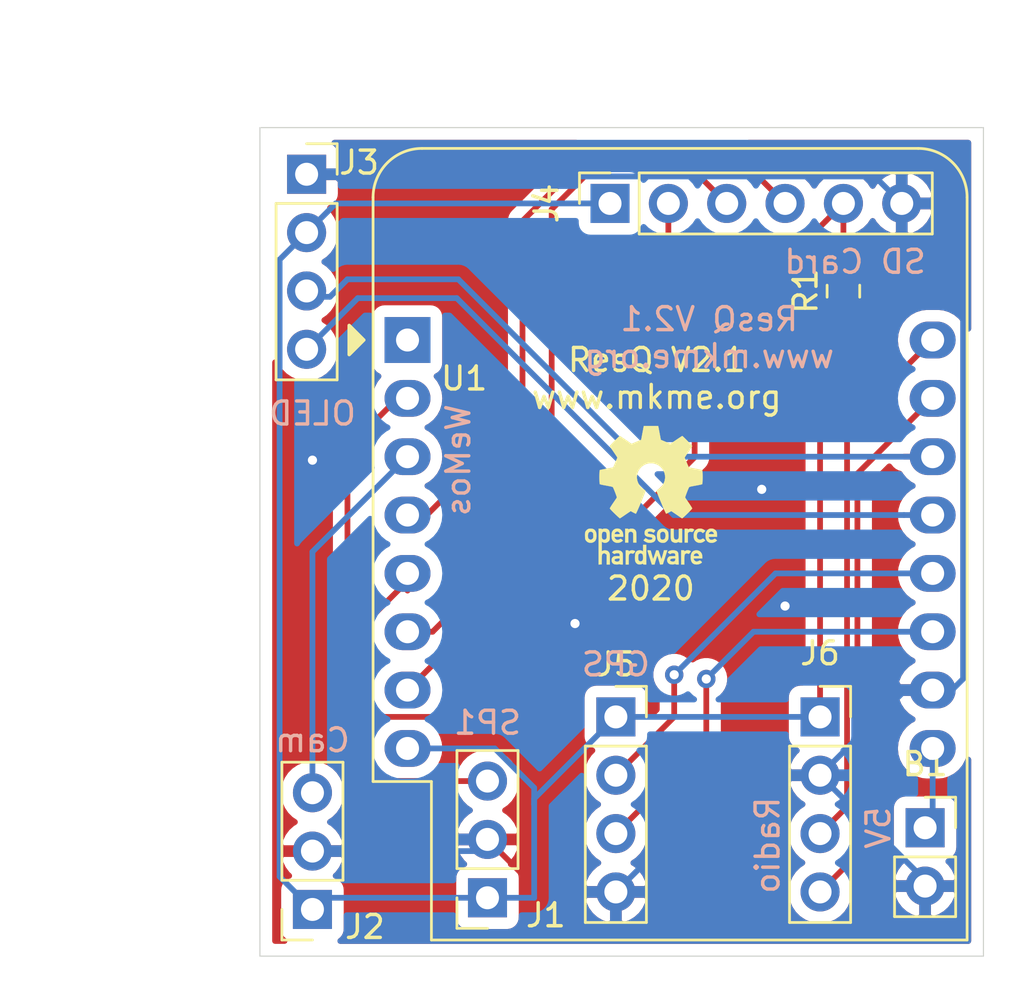
<source format=kicad_pcb>
(kicad_pcb (version 20171130) (host pcbnew "(5.1.6)-1")

  (general
    (thickness 1.6)
    (drawings 19)
    (tracks 108)
    (zones 0)
    (modules 10)
    (nets 16)
  )

  (page A4)
  (layers
    (0 F.Cu signal)
    (31 B.Cu signal)
    (32 B.Adhes user)
    (33 F.Adhes user)
    (34 B.Paste user)
    (35 F.Paste user)
    (36 B.SilkS user)
    (37 F.SilkS user)
    (38 B.Mask user)
    (39 F.Mask user)
    (40 Dwgs.User user)
    (41 Cmts.User user)
    (42 Eco1.User user hide)
    (43 Eco2.User user hide)
    (44 Edge.Cuts user)
    (45 Margin user)
    (46 B.CrtYd user hide)
    (47 F.CrtYd user hide)
    (48 B.Fab user hide)
    (49 F.Fab user hide)
  )

  (setup
    (last_trace_width 0.25)
    (trace_clearance 0.2)
    (zone_clearance 0.508)
    (zone_45_only no)
    (trace_min 0.2)
    (via_size 0.8)
    (via_drill 0.4)
    (via_min_size 0.4)
    (via_min_drill 0.3)
    (uvia_size 0.3)
    (uvia_drill 0.1)
    (uvias_allowed no)
    (uvia_min_size 0.2)
    (uvia_min_drill 0.1)
    (edge_width 0.05)
    (segment_width 0.2)
    (pcb_text_width 0.3)
    (pcb_text_size 1.5 1.5)
    (mod_edge_width 0.12)
    (mod_text_size 1 1)
    (mod_text_width 0.15)
    (pad_size 1.524 1.524)
    (pad_drill 0.762)
    (pad_to_mask_clearance 0.05)
    (aux_axis_origin 0 0)
    (visible_elements 7FFFFFFF)
    (pcbplotparams
      (layerselection 0x010fc_ffffffff)
      (usegerberextensions true)
      (usegerberattributes true)
      (usegerberadvancedattributes true)
      (creategerberjobfile true)
      (excludeedgelayer true)
      (linewidth 0.100000)
      (plotframeref false)
      (viasonmask false)
      (mode 1)
      (useauxorigin false)
      (hpglpennumber 1)
      (hpglpenspeed 20)
      (hpglpendiameter 15.000000)
      (psnegative false)
      (psa4output false)
      (plotreference true)
      (plotvalue true)
      (plotinvisibletext false)
      (padsonsilk false)
      (subtractmaskfromsilk false)
      (outputformat 1)
      (mirror false)
      (drillshape 0)
      (scaleselection 1)
      (outputdirectory "Gerbers/"))
  )

  (net 0 "")
  (net 1 5V)
  (net 2 GND)
  (net 3 3V3)
  (net 4 A0)
  (net 5 D0)
  (net 6 SCL)
  (net 7 SDA)
  (net 8 CS)
  (net 9 MOSI)
  (net 10 CLK)
  (net 11 MISO)
  (net 12 D3)
  (net 13 D4)
  (net 14 RX)
  (net 15 TX)

  (net_class Default "This is the default net class."
    (clearance 0.2)
    (trace_width 0.25)
    (via_dia 0.8)
    (via_drill 0.4)
    (uvia_dia 0.3)
    (uvia_drill 0.1)
    (add_net 3V3)
    (add_net 5V)
    (add_net A0)
    (add_net CLK)
    (add_net CS)
    (add_net D0)
    (add_net D3)
    (add_net D4)
    (add_net GND)
    (add_net MISO)
    (add_net MOSI)
    (add_net RX)
    (add_net SCL)
    (add_net SDA)
    (add_net TX)
  )

  (module Symbol:OSHW-Logo_5.7x6mm_SilkScreen (layer F.Cu) (tedit 0) (tstamp 5F55931B)
    (at 187.198 124.46)
    (descr "Open Source Hardware Logo")
    (tags "Logo OSHW")
    (attr virtual)
    (fp_text reference REF** (at -14.478 0) (layer F.SilkS) hide
      (effects (font (size 1 1) (thickness 0.15)))
    )
    (fp_text value " " (at 0.75 0) (layer F.Fab) hide
      (effects (font (size 1 1) (thickness 0.15)))
    )
    (fp_poly (pts (xy -1.908759 1.469184) (xy -1.882247 1.482282) (xy -1.849553 1.505106) (xy -1.825725 1.529996)
      (xy -1.809406 1.561249) (xy -1.79924 1.603166) (xy -1.793872 1.660044) (xy -1.791944 1.736184)
      (xy -1.791831 1.768917) (xy -1.792161 1.840656) (xy -1.793527 1.891927) (xy -1.7965 1.927404)
      (xy -1.801649 1.951763) (xy -1.809543 1.96968) (xy -1.817757 1.981902) (xy -1.870187 2.033905)
      (xy -1.93193 2.065184) (xy -1.998536 2.074592) (xy -2.065558 2.06098) (xy -2.086792 2.051354)
      (xy -2.137624 2.024859) (xy -2.137624 2.440052) (xy -2.100525 2.420868) (xy -2.051643 2.406025)
      (xy -1.991561 2.402222) (xy -1.931564 2.409243) (xy -1.886256 2.425013) (xy -1.848675 2.455047)
      (xy -1.816564 2.498024) (xy -1.81415 2.502436) (xy -1.803967 2.523221) (xy -1.79653 2.54417)
      (xy -1.791411 2.569548) (xy -1.788181 2.603618) (xy -1.786413 2.650641) (xy -1.785677 2.714882)
      (xy -1.785544 2.787176) (xy -1.785544 3.017822) (xy -1.923861 3.017822) (xy -1.923861 2.592533)
      (xy -1.962549 2.559979) (xy -2.002738 2.53394) (xy -2.040797 2.529205) (xy -2.079066 2.541389)
      (xy -2.099462 2.55332) (xy -2.114642 2.570313) (xy -2.125438 2.595995) (xy -2.132683 2.633991)
      (xy -2.137208 2.687926) (xy -2.139844 2.761425) (xy -2.140772 2.810347) (xy -2.143911 3.011535)
      (xy -2.209926 3.015336) (xy -2.27594 3.019136) (xy -2.27594 1.77065) (xy -2.137624 1.77065)
      (xy -2.134097 1.840254) (xy -2.122215 1.888569) (xy -2.10002 1.918631) (xy -2.065559 1.933471)
      (xy -2.030742 1.936436) (xy -1.991329 1.933028) (xy -1.965171 1.919617) (xy -1.948814 1.901896)
      (xy -1.935937 1.882835) (xy -1.928272 1.861601) (xy -1.924861 1.831849) (xy -1.924749 1.787236)
      (xy -1.925897 1.74988) (xy -1.928532 1.693604) (xy -1.932456 1.656658) (xy -1.939063 1.633223)
      (xy -1.949749 1.61748) (xy -1.959833 1.60838) (xy -2.00197 1.588537) (xy -2.05184 1.585332)
      (xy -2.080476 1.592168) (xy -2.108828 1.616464) (xy -2.127609 1.663728) (xy -2.136712 1.733624)
      (xy -2.137624 1.77065) (xy -2.27594 1.77065) (xy -2.27594 1.458614) (xy -2.206782 1.458614)
      (xy -2.16526 1.460256) (xy -2.143838 1.466087) (xy -2.137626 1.477461) (xy -2.137624 1.477798)
      (xy -2.134742 1.488938) (xy -2.12203 1.487673) (xy -2.096757 1.475433) (xy -2.037869 1.456707)
      (xy -1.971615 1.454739) (xy -1.908759 1.469184)) (layer F.SilkS) (width 0.01))
    (fp_poly (pts (xy -1.38421 2.406555) (xy -1.325055 2.422339) (xy -1.280023 2.450948) (xy -1.248246 2.488419)
      (xy -1.238366 2.504411) (xy -1.231073 2.521163) (xy -1.225974 2.542592) (xy -1.222679 2.572616)
      (xy -1.220797 2.615154) (xy -1.219937 2.674122) (xy -1.219707 2.75344) (xy -1.219703 2.774484)
      (xy -1.219703 3.017822) (xy -1.280059 3.017822) (xy -1.318557 3.015126) (xy -1.347023 3.008295)
      (xy -1.354155 3.004083) (xy -1.373652 2.996813) (xy -1.393566 3.004083) (xy -1.426353 3.01316)
      (xy -1.473978 3.016813) (xy -1.526764 3.015228) (xy -1.575036 3.008589) (xy -1.603218 3.000072)
      (xy -1.657753 2.965063) (xy -1.691835 2.916479) (xy -1.707157 2.851882) (xy -1.707299 2.850223)
      (xy -1.705955 2.821566) (xy -1.584356 2.821566) (xy -1.573726 2.854161) (xy -1.55641 2.872505)
      (xy -1.521652 2.886379) (xy -1.475773 2.891917) (xy -1.428988 2.889191) (xy -1.391514 2.878274)
      (xy -1.381015 2.871269) (xy -1.362668 2.838904) (xy -1.35802 2.802111) (xy -1.35802 2.753763)
      (xy -1.427582 2.753763) (xy -1.493667 2.75885) (xy -1.543764 2.773263) (xy -1.574929 2.795729)
      (xy -1.584356 2.821566) (xy -1.705955 2.821566) (xy -1.703987 2.779647) (xy -1.68071 2.723845)
      (xy -1.636948 2.681647) (xy -1.630899 2.677808) (xy -1.604907 2.665309) (xy -1.572735 2.65774)
      (xy -1.52776 2.654061) (xy -1.474331 2.653216) (xy -1.35802 2.653169) (xy -1.35802 2.604411)
      (xy -1.362953 2.566581) (xy -1.375543 2.541236) (xy -1.377017 2.539887) (xy -1.405034 2.5288)
      (xy -1.447326 2.524503) (xy -1.494064 2.526615) (xy -1.535418 2.534756) (xy -1.559957 2.546965)
      (xy -1.573253 2.556746) (xy -1.587294 2.558613) (xy -1.606671 2.5506) (xy -1.635976 2.530739)
      (xy -1.679803 2.497063) (xy -1.683825 2.493909) (xy -1.681764 2.482236) (xy -1.664568 2.462822)
      (xy -1.638433 2.441248) (xy -1.609552 2.423096) (xy -1.600478 2.418809) (xy -1.56738 2.410256)
      (xy -1.51888 2.404155) (xy -1.464695 2.401708) (xy -1.462161 2.401703) (xy -1.38421 2.406555)) (layer F.SilkS) (width 0.01))
    (fp_poly (pts (xy -0.993356 2.40302) (xy -0.974539 2.40866) (xy -0.968473 2.421053) (xy -0.968218 2.426647)
      (xy -0.967129 2.44223) (xy -0.959632 2.444676) (xy -0.939381 2.433993) (xy -0.927351 2.426694)
      (xy -0.8894 2.411063) (xy -0.844072 2.403334) (xy -0.796544 2.40274) (xy -0.751995 2.408513)
      (xy -0.715602 2.419884) (xy -0.692543 2.436088) (xy -0.687996 2.456355) (xy -0.690291 2.461843)
      (xy -0.70702 2.484626) (xy -0.732963 2.512647) (xy -0.737655 2.517177) (xy -0.762383 2.538005)
      (xy -0.783718 2.544735) (xy -0.813555 2.540038) (xy -0.825508 2.536917) (xy -0.862705 2.529421)
      (xy -0.888859 2.532792) (xy -0.910946 2.544681) (xy -0.931178 2.560635) (xy -0.946079 2.5807)
      (xy -0.956434 2.608702) (xy -0.963029 2.648467) (xy -0.966649 2.703823) (xy -0.968078 2.778594)
      (xy -0.968218 2.82374) (xy -0.968218 3.017822) (xy -1.09396 3.017822) (xy -1.09396 2.401683)
      (xy -1.031089 2.401683) (xy -0.993356 2.40302)) (layer F.SilkS) (width 0.01))
    (fp_poly (pts (xy -0.201188 3.017822) (xy -0.270346 3.017822) (xy -0.310488 3.016645) (xy -0.331394 3.011772)
      (xy -0.338922 3.001186) (xy -0.339505 2.994029) (xy -0.340774 2.979676) (xy -0.348779 2.976923)
      (xy -0.369815 2.985771) (xy -0.386173 2.994029) (xy -0.448977 3.013597) (xy -0.517248 3.014729)
      (xy -0.572752 3.000135) (xy -0.624438 2.964877) (xy -0.663838 2.912835) (xy -0.685413 2.85145)
      (xy -0.685962 2.848018) (xy -0.689167 2.810571) (xy -0.690761 2.756813) (xy -0.690633 2.716155)
      (xy -0.553279 2.716155) (xy -0.550097 2.770194) (xy -0.542859 2.814735) (xy -0.53306 2.839888)
      (xy -0.495989 2.87426) (xy -0.451974 2.886582) (xy -0.406584 2.876618) (xy -0.367797 2.846895)
      (xy -0.353108 2.826905) (xy -0.344519 2.80305) (xy -0.340496 2.76823) (xy -0.339505 2.71593)
      (xy -0.341278 2.664139) (xy -0.345963 2.618634) (xy -0.352603 2.588181) (xy -0.35371 2.585452)
      (xy -0.380491 2.553) (xy -0.419579 2.535183) (xy -0.463315 2.532306) (xy -0.504038 2.544674)
      (xy -0.534087 2.572593) (xy -0.537204 2.578148) (xy -0.546961 2.612022) (xy -0.552277 2.660728)
      (xy -0.553279 2.716155) (xy -0.690633 2.716155) (xy -0.690568 2.69554) (xy -0.689664 2.662563)
      (xy -0.683514 2.580981) (xy -0.670733 2.51973) (xy -0.649471 2.474449) (xy -0.617878 2.440779)
      (xy -0.587207 2.421014) (xy -0.544354 2.40712) (xy -0.491056 2.402354) (xy -0.43648 2.406236)
      (xy -0.389792 2.418282) (xy -0.365124 2.432693) (xy -0.339505 2.455878) (xy -0.339505 2.162773)
      (xy -0.201188 2.162773) (xy -0.201188 3.017822)) (layer F.SilkS) (width 0.01))
    (fp_poly (pts (xy 0.281524 2.404237) (xy 0.331255 2.407971) (xy 0.461291 2.797773) (xy 0.481678 2.728614)
      (xy 0.493946 2.685874) (xy 0.510085 2.628115) (xy 0.527512 2.564625) (xy 0.536726 2.53057)
      (xy 0.571388 2.401683) (xy 0.714391 2.401683) (xy 0.671646 2.536857) (xy 0.650596 2.603342)
      (xy 0.625167 2.683539) (xy 0.59861 2.767193) (xy 0.574902 2.841782) (xy 0.520902 3.011535)
      (xy 0.462598 3.015328) (xy 0.404295 3.019122) (xy 0.372679 2.914734) (xy 0.353182 2.849889)
      (xy 0.331904 2.7784) (xy 0.313308 2.715263) (xy 0.312574 2.71275) (xy 0.298684 2.669969)
      (xy 0.286429 2.640779) (xy 0.277846 2.629741) (xy 0.276082 2.631018) (xy 0.269891 2.64813)
      (xy 0.258128 2.684787) (xy 0.242225 2.736378) (xy 0.223614 2.798294) (xy 0.213543 2.832352)
      (xy 0.159007 3.017822) (xy 0.043264 3.017822) (xy -0.049263 2.725471) (xy -0.075256 2.643462)
      (xy -0.098934 2.568987) (xy -0.11918 2.505544) (xy -0.134874 2.456632) (xy -0.144898 2.425749)
      (xy -0.147945 2.416726) (xy -0.145533 2.407487) (xy -0.126592 2.403441) (xy -0.087177 2.403846)
      (xy -0.081007 2.404152) (xy -0.007914 2.407971) (xy 0.039957 2.58401) (xy 0.057553 2.648211)
      (xy 0.073277 2.704649) (xy 0.085746 2.748422) (xy 0.093574 2.77463) (xy 0.09502 2.778903)
      (xy 0.101014 2.77399) (xy 0.113101 2.748532) (xy 0.129893 2.705997) (xy 0.150003 2.64985)
      (xy 0.167003 2.59913) (xy 0.231794 2.400504) (xy 0.281524 2.404237)) (layer F.SilkS) (width 0.01))
    (fp_poly (pts (xy 1.038411 2.405417) (xy 1.091411 2.41829) (xy 1.106731 2.42511) (xy 1.136428 2.442974)
      (xy 1.15922 2.463093) (xy 1.176083 2.488962) (xy 1.187998 2.524073) (xy 1.195942 2.57192)
      (xy 1.200894 2.635996) (xy 1.203831 2.719794) (xy 1.204947 2.775768) (xy 1.209052 3.017822)
      (xy 1.138932 3.017822) (xy 1.096393 3.016038) (xy 1.074476 3.009942) (xy 1.068812 2.999706)
      (xy 1.065821 2.988637) (xy 1.052451 2.990754) (xy 1.034233 2.999629) (xy 0.988624 3.013233)
      (xy 0.930007 3.016899) (xy 0.868354 3.010903) (xy 0.813638 2.995521) (xy 0.80873 2.993386)
      (xy 0.758723 2.958255) (xy 0.725756 2.909419) (xy 0.710587 2.852333) (xy 0.711746 2.831824)
      (xy 0.835508 2.831824) (xy 0.846413 2.859425) (xy 0.878745 2.879204) (xy 0.93091 2.889819)
      (xy 0.958787 2.891228) (xy 1.005247 2.88762) (xy 1.036129 2.873597) (xy 1.043664 2.866931)
      (xy 1.064076 2.830666) (xy 1.068812 2.797773) (xy 1.068812 2.753763) (xy 1.007513 2.753763)
      (xy 0.936256 2.757395) (xy 0.886276 2.768818) (xy 0.854696 2.788824) (xy 0.847626 2.797743)
      (xy 0.835508 2.831824) (xy 0.711746 2.831824) (xy 0.713971 2.792456) (xy 0.736663 2.735244)
      (xy 0.767624 2.69658) (xy 0.786376 2.679864) (xy 0.804733 2.668878) (xy 0.828619 2.66218)
      (xy 0.863957 2.658326) (xy 0.916669 2.655873) (xy 0.937577 2.655168) (xy 1.068812 2.650879)
      (xy 1.06862 2.611158) (xy 1.063537 2.569405) (xy 1.045162 2.544158) (xy 1.008039 2.52803)
      (xy 1.007043 2.527742) (xy 0.95441 2.5214) (xy 0.902906 2.529684) (xy 0.86463 2.549827)
      (xy 0.849272 2.559773) (xy 0.83273 2.558397) (xy 0.807275 2.543987) (xy 0.792328 2.533817)
      (xy 0.763091 2.512088) (xy 0.74498 2.4958) (xy 0.742074 2.491137) (xy 0.75404 2.467005)
      (xy 0.789396 2.438185) (xy 0.804753 2.428461) (xy 0.848901 2.411714) (xy 0.908398 2.402227)
      (xy 0.974487 2.400095) (xy 1.038411 2.405417)) (layer F.SilkS) (width 0.01))
    (fp_poly (pts (xy 1.635255 2.401486) (xy 1.683595 2.411015) (xy 1.711114 2.425125) (xy 1.740064 2.448568)
      (xy 1.698876 2.500571) (xy 1.673482 2.532064) (xy 1.656238 2.547428) (xy 1.639102 2.549776)
      (xy 1.614027 2.542217) (xy 1.602257 2.537941) (xy 1.55427 2.531631) (xy 1.510324 2.545156)
      (xy 1.47806 2.57571) (xy 1.472819 2.585452) (xy 1.467112 2.611258) (xy 1.462706 2.658817)
      (xy 1.459811 2.724758) (xy 1.458631 2.80571) (xy 1.458614 2.817226) (xy 1.458614 3.017822)
      (xy 1.320297 3.017822) (xy 1.320297 2.401683) (xy 1.389456 2.401683) (xy 1.429333 2.402725)
      (xy 1.450107 2.407358) (xy 1.457789 2.417849) (xy 1.458614 2.427745) (xy 1.458614 2.453806)
      (xy 1.491745 2.427745) (xy 1.529735 2.409965) (xy 1.58077 2.401174) (xy 1.635255 2.401486)) (layer F.SilkS) (width 0.01))
    (fp_poly (pts (xy 2.032581 2.40497) (xy 2.092685 2.420597) (xy 2.143021 2.452848) (xy 2.167393 2.47694)
      (xy 2.207345 2.533895) (xy 2.230242 2.599965) (xy 2.238108 2.681182) (xy 2.238148 2.687748)
      (xy 2.238218 2.753763) (xy 1.858264 2.753763) (xy 1.866363 2.788342) (xy 1.880987 2.819659)
      (xy 1.906581 2.852291) (xy 1.911935 2.8575) (xy 1.957943 2.885694) (xy 2.01041 2.890475)
      (xy 2.070803 2.871926) (xy 2.08104 2.866931) (xy 2.112439 2.851745) (xy 2.13347 2.843094)
      (xy 2.137139 2.842293) (xy 2.149948 2.850063) (xy 2.174378 2.869072) (xy 2.186779 2.87946)
      (xy 2.212476 2.903321) (xy 2.220915 2.919077) (xy 2.215058 2.933571) (xy 2.211928 2.937534)
      (xy 2.190725 2.954879) (xy 2.155738 2.975959) (xy 2.131337 2.988265) (xy 2.062072 3.009946)
      (xy 1.985388 3.016971) (xy 1.912765 3.008647) (xy 1.892426 3.002686) (xy 1.829476 2.968952)
      (xy 1.782815 2.917045) (xy 1.752173 2.846459) (xy 1.737282 2.756692) (xy 1.735647 2.709753)
      (xy 1.740421 2.641413) (xy 1.86099 2.641413) (xy 1.872652 2.646465) (xy 1.903998 2.650429)
      (xy 1.949571 2.652768) (xy 1.980446 2.653169) (xy 2.035981 2.652783) (xy 2.071033 2.650975)
      (xy 2.090262 2.646773) (xy 2.09833 2.639203) (xy 2.099901 2.628218) (xy 2.089121 2.594381)
      (xy 2.06198 2.56094) (xy 2.026277 2.535272) (xy 1.99056 2.524772) (xy 1.942048 2.534086)
      (xy 1.900053 2.561013) (xy 1.870936 2.599827) (xy 1.86099 2.641413) (xy 1.740421 2.641413)
      (xy 1.742599 2.610236) (xy 1.764055 2.530949) (xy 1.80047 2.471263) (xy 1.852297 2.430549)
      (xy 1.91999 2.408179) (xy 1.956662 2.403871) (xy 2.032581 2.40497)) (layer F.SilkS) (width 0.01))
    (fp_poly (pts (xy -2.538261 1.465148) (xy -2.472479 1.494231) (xy -2.42254 1.542793) (xy -2.388374 1.610908)
      (xy -2.369907 1.698651) (xy -2.368583 1.712351) (xy -2.367546 1.808939) (xy -2.380993 1.893602)
      (xy -2.408108 1.962221) (xy -2.422627 1.984294) (xy -2.473201 2.031011) (xy -2.537609 2.061268)
      (xy -2.609666 2.073824) (xy -2.683185 2.067439) (xy -2.739072 2.047772) (xy -2.787132 2.014629)
      (xy -2.826412 1.971175) (xy -2.827092 1.970158) (xy -2.843044 1.943338) (xy -2.85341 1.916368)
      (xy -2.859688 1.882332) (xy -2.863373 1.83431) (xy -2.864997 1.794931) (xy -2.865672 1.759219)
      (xy -2.739955 1.759219) (xy -2.738726 1.79477) (xy -2.734266 1.842094) (xy -2.726397 1.872465)
      (xy -2.712207 1.894072) (xy -2.698917 1.906694) (xy -2.651802 1.933122) (xy -2.602505 1.936653)
      (xy -2.556593 1.917639) (xy -2.533638 1.896331) (xy -2.517096 1.874859) (xy -2.507421 1.854313)
      (xy -2.503174 1.827574) (xy -2.50292 1.787523) (xy -2.504228 1.750638) (xy -2.507043 1.697947)
      (xy -2.511505 1.663772) (xy -2.519548 1.64148) (xy -2.533103 1.624442) (xy -2.543845 1.614703)
      (xy -2.588777 1.589123) (xy -2.637249 1.587847) (xy -2.677894 1.602999) (xy -2.712567 1.634642)
      (xy -2.733224 1.68662) (xy -2.739955 1.759219) (xy -2.865672 1.759219) (xy -2.866479 1.716621)
      (xy -2.863948 1.658056) (xy -2.856362 1.614007) (xy -2.842681 1.579248) (xy -2.821865 1.548551)
      (xy -2.814147 1.539436) (xy -2.765889 1.494021) (xy -2.714128 1.467493) (xy -2.650828 1.456379)
      (xy -2.619961 1.455471) (xy -2.538261 1.465148)) (layer F.SilkS) (width 0.01))
    (fp_poly (pts (xy -1.356699 1.472614) (xy -1.344168 1.478514) (xy -1.300799 1.510283) (xy -1.25979 1.556646)
      (xy -1.229168 1.607696) (xy -1.220459 1.631166) (xy -1.212512 1.673091) (xy -1.207774 1.723757)
      (xy -1.207199 1.744679) (xy -1.207129 1.810693) (xy -1.587083 1.810693) (xy -1.578983 1.845273)
      (xy -1.559104 1.88617) (xy -1.524347 1.921514) (xy -1.482998 1.944282) (xy -1.456649 1.94901)
      (xy -1.420916 1.943273) (xy -1.378282 1.928882) (xy -1.363799 1.922262) (xy -1.31024 1.895513)
      (xy -1.264533 1.930376) (xy -1.238158 1.953955) (xy -1.224124 1.973417) (xy -1.223414 1.979129)
      (xy -1.235951 1.992973) (xy -1.263428 2.014012) (xy -1.288366 2.030425) (xy -1.355664 2.05993)
      (xy -1.43111 2.073284) (xy -1.505888 2.069812) (xy -1.565495 2.051663) (xy -1.626941 2.012784)
      (xy -1.670608 1.961595) (xy -1.697926 1.895367) (xy -1.710322 1.811371) (xy -1.711421 1.772936)
      (xy -1.707022 1.684861) (xy -1.706482 1.682299) (xy -1.580582 1.682299) (xy -1.577115 1.690558)
      (xy -1.562863 1.695113) (xy -1.53347 1.697065) (xy -1.484575 1.697517) (xy -1.465748 1.697525)
      (xy -1.408467 1.696843) (xy -1.372141 1.694364) (xy -1.352604 1.689443) (xy -1.34569 1.681434)
      (xy -1.345445 1.678862) (xy -1.353336 1.658423) (xy -1.373085 1.629789) (xy -1.381575 1.619763)
      (xy -1.413094 1.591408) (xy -1.445949 1.580259) (xy -1.463651 1.579327) (xy -1.511539 1.590981)
      (xy -1.551699 1.622285) (xy -1.577173 1.667752) (xy -1.577625 1.669233) (xy -1.580582 1.682299)
      (xy -1.706482 1.682299) (xy -1.692392 1.61551) (xy -1.666038 1.560025) (xy -1.633807 1.520639)
      (xy -1.574217 1.477931) (xy -1.504168 1.455109) (xy -1.429661 1.453046) (xy -1.356699 1.472614)) (layer F.SilkS) (width 0.01))
    (fp_poly (pts (xy 0.014017 1.456452) (xy 0.061634 1.465482) (xy 0.111034 1.48437) (xy 0.116312 1.486777)
      (xy 0.153774 1.506476) (xy 0.179717 1.524781) (xy 0.188103 1.536508) (xy 0.180117 1.555632)
      (xy 0.16072 1.58385) (xy 0.15211 1.594384) (xy 0.116628 1.635847) (xy 0.070885 1.608858)
      (xy 0.02735 1.590878) (xy -0.02295 1.581267) (xy -0.071188 1.58066) (xy -0.108533 1.589691)
      (xy -0.117495 1.595327) (xy -0.134563 1.621171) (xy -0.136637 1.650941) (xy -0.123866 1.674197)
      (xy -0.116312 1.678708) (xy -0.093675 1.684309) (xy -0.053885 1.690892) (xy -0.004834 1.697183)
      (xy 0.004215 1.69817) (xy 0.082996 1.711798) (xy 0.140136 1.734946) (xy 0.17803 1.769752)
      (xy 0.199079 1.818354) (xy 0.205635 1.877718) (xy 0.196577 1.945198) (xy 0.167164 1.998188)
      (xy 0.117278 2.036783) (xy 0.0468 2.061081) (xy -0.031435 2.070667) (xy -0.095234 2.070552)
      (xy -0.146984 2.061845) (xy -0.182327 2.049825) (xy -0.226983 2.02888) (xy -0.268253 2.004574)
      (xy -0.282921 1.993876) (xy -0.320643 1.963084) (xy -0.275148 1.917049) (xy -0.229653 1.871013)
      (xy -0.177928 1.905243) (xy -0.126048 1.930952) (xy -0.070649 1.944399) (xy -0.017395 1.945818)
      (xy 0.028049 1.935443) (xy 0.060016 1.913507) (xy 0.070338 1.894998) (xy 0.068789 1.865314)
      (xy 0.04314 1.842615) (xy -0.00654 1.82694) (xy -0.060969 1.819695) (xy -0.144736 1.805873)
      (xy -0.206967 1.779796) (xy -0.248493 1.740699) (xy -0.270147 1.68782) (xy -0.273147 1.625126)
      (xy -0.258329 1.559642) (xy -0.224546 1.510144) (xy -0.171495 1.476408) (xy -0.098874 1.458207)
      (xy -0.045072 1.454639) (xy 0.014017 1.456452)) (layer F.SilkS) (width 0.01))
    (fp_poly (pts (xy 0.610762 1.466055) (xy 0.674363 1.500692) (xy 0.724123 1.555372) (xy 0.747568 1.599842)
      (xy 0.757634 1.639121) (xy 0.764156 1.695116) (xy 0.766951 1.759621) (xy 0.765836 1.824429)
      (xy 0.760626 1.881334) (xy 0.754541 1.911727) (xy 0.734014 1.953306) (xy 0.698463 1.997468)
      (xy 0.655619 2.036087) (xy 0.613211 2.061034) (xy 0.612177 2.06143) (xy 0.559553 2.072331)
      (xy 0.497188 2.072601) (xy 0.437924 2.062676) (xy 0.41504 2.054722) (xy 0.356102 2.0213)
      (xy 0.31389 1.977511) (xy 0.286156 1.919538) (xy 0.270651 1.843565) (xy 0.267143 1.803771)
      (xy 0.26759 1.753766) (xy 0.402376 1.753766) (xy 0.406917 1.826732) (xy 0.419986 1.882334)
      (xy 0.440756 1.917861) (xy 0.455552 1.92802) (xy 0.493464 1.935104) (xy 0.538527 1.933007)
      (xy 0.577487 1.922812) (xy 0.587704 1.917204) (xy 0.614659 1.884538) (xy 0.632451 1.834545)
      (xy 0.640024 1.773705) (xy 0.636325 1.708497) (xy 0.628057 1.669253) (xy 0.60432 1.623805)
      (xy 0.566849 1.595396) (xy 0.52172 1.585573) (xy 0.475011 1.595887) (xy 0.439132 1.621112)
      (xy 0.420277 1.641925) (xy 0.409272 1.662439) (xy 0.404026 1.690203) (xy 0.402449 1.732762)
      (xy 0.402376 1.753766) (xy 0.26759 1.753766) (xy 0.268094 1.69758) (xy 0.285388 1.610501)
      (xy 0.319029 1.54253) (xy 0.369018 1.493664) (xy 0.435356 1.463899) (xy 0.449601 1.460448)
      (xy 0.53521 1.452345) (xy 0.610762 1.466055)) (layer F.SilkS) (width 0.01))
    (fp_poly (pts (xy 0.993367 1.654342) (xy 0.994555 1.746563) (xy 0.998897 1.81661) (xy 1.007558 1.867381)
      (xy 1.021704 1.901772) (xy 1.0425 1.922679) (xy 1.07111 1.933) (xy 1.106535 1.935636)
      (xy 1.143636 1.932682) (xy 1.171818 1.921889) (xy 1.192243 1.90036) (xy 1.206079 1.865199)
      (xy 1.214491 1.81351) (xy 1.218643 1.742394) (xy 1.219703 1.654342) (xy 1.219703 1.458614)
      (xy 1.35802 1.458614) (xy 1.35802 2.062179) (xy 1.288862 2.062179) (xy 1.24717 2.060489)
      (xy 1.225701 2.054556) (xy 1.219703 2.043293) (xy 1.216091 2.033261) (xy 1.201714 2.035383)
      (xy 1.172736 2.04958) (xy 1.106319 2.07148) (xy 1.035875 2.069928) (xy 0.968377 2.046147)
      (xy 0.936233 2.027362) (xy 0.911715 2.007022) (xy 0.893804 1.981573) (xy 0.881479 1.947458)
      (xy 0.873723 1.901121) (xy 0.869516 1.839007) (xy 0.86784 1.757561) (xy 0.867624 1.694578)
      (xy 0.867624 1.458614) (xy 0.993367 1.458614) (xy 0.993367 1.654342)) (layer F.SilkS) (width 0.01))
    (fp_poly (pts (xy 2.217226 1.46388) (xy 2.29008 1.49483) (xy 2.313027 1.509895) (xy 2.342354 1.533048)
      (xy 2.360764 1.551253) (xy 2.363961 1.557183) (xy 2.354935 1.57034) (xy 2.331837 1.592667)
      (xy 2.313344 1.60825) (xy 2.262728 1.648926) (xy 2.22276 1.615295) (xy 2.191874 1.593584)
      (xy 2.161759 1.58609) (xy 2.127292 1.58792) (xy 2.072561 1.601528) (xy 2.034886 1.629772)
      (xy 2.011991 1.675433) (xy 2.001597 1.741289) (xy 2.001595 1.741331) (xy 2.002494 1.814939)
      (xy 2.016463 1.868946) (xy 2.044328 1.905716) (xy 2.063325 1.918168) (xy 2.113776 1.933673)
      (xy 2.167663 1.933683) (xy 2.214546 1.918638) (xy 2.225644 1.911287) (xy 2.253476 1.892511)
      (xy 2.275236 1.889434) (xy 2.298704 1.903409) (xy 2.324649 1.92851) (xy 2.365716 1.97088)
      (xy 2.320121 2.008464) (xy 2.249674 2.050882) (xy 2.170233 2.071785) (xy 2.087215 2.070272)
      (xy 2.032694 2.056411) (xy 1.96897 2.022135) (xy 1.918005 1.968212) (xy 1.894851 1.930149)
      (xy 1.876099 1.875536) (xy 1.866715 1.806369) (xy 1.866643 1.731407) (xy 1.875824 1.659409)
      (xy 1.894199 1.599137) (xy 1.897093 1.592958) (xy 1.939952 1.532351) (xy 1.997979 1.488224)
      (xy 2.066591 1.461493) (xy 2.141201 1.453073) (xy 2.217226 1.46388)) (layer F.SilkS) (width 0.01))
    (fp_poly (pts (xy 2.677898 1.456457) (xy 2.710096 1.464279) (xy 2.771825 1.492921) (xy 2.82461 1.536667)
      (xy 2.861141 1.589117) (xy 2.86616 1.600893) (xy 2.873045 1.63174) (xy 2.877864 1.677371)
      (xy 2.879505 1.723492) (xy 2.879505 1.810693) (xy 2.697178 1.810693) (xy 2.621979 1.810978)
      (xy 2.569003 1.812704) (xy 2.535325 1.817181) (xy 2.51802 1.82572) (xy 2.514163 1.83963)
      (xy 2.520829 1.860222) (xy 2.53277 1.884315) (xy 2.56608 1.924525) (xy 2.612368 1.944558)
      (xy 2.668944 1.943905) (xy 2.733031 1.922101) (xy 2.788417 1.895193) (xy 2.834375 1.931532)
      (xy 2.880333 1.967872) (xy 2.837096 2.007819) (xy 2.779374 2.045563) (xy 2.708386 2.06832)
      (xy 2.632029 2.074688) (xy 2.558199 2.063268) (xy 2.546287 2.059393) (xy 2.481399 2.025506)
      (xy 2.43313 1.974986) (xy 2.400465 1.906325) (xy 2.382385 1.818014) (xy 2.382175 1.816121)
      (xy 2.380556 1.719878) (xy 2.3871 1.685542) (xy 2.514852 1.685542) (xy 2.526584 1.690822)
      (xy 2.558438 1.694867) (xy 2.605397 1.697176) (xy 2.635154 1.697525) (xy 2.690648 1.697306)
      (xy 2.725346 1.695916) (xy 2.743601 1.692251) (xy 2.749766 1.68521) (xy 2.748195 1.67369)
      (xy 2.746878 1.669233) (xy 2.724382 1.627355) (xy 2.689003 1.593604) (xy 2.65778 1.578773)
      (xy 2.616301 1.579668) (xy 2.574269 1.598164) (xy 2.539012 1.628786) (xy 2.517854 1.666062)
      (xy 2.514852 1.685542) (xy 2.3871 1.685542) (xy 2.39669 1.635229) (xy 2.428698 1.564191)
      (xy 2.474701 1.508779) (xy 2.532821 1.471009) (xy 2.60118 1.452896) (xy 2.677898 1.456457)) (layer F.SilkS) (width 0.01))
    (fp_poly (pts (xy -0.754012 1.469002) (xy -0.722717 1.48395) (xy -0.692409 1.505541) (xy -0.669318 1.530391)
      (xy -0.6525 1.562087) (xy -0.641006 1.604214) (xy -0.633891 1.660358) (xy -0.630207 1.734106)
      (xy -0.629008 1.829044) (xy -0.628989 1.838985) (xy -0.628713 2.062179) (xy -0.76703 2.062179)
      (xy -0.76703 1.856418) (xy -0.767128 1.780189) (xy -0.767809 1.724939) (xy -0.769651 1.686501)
      (xy -0.773233 1.660706) (xy -0.779132 1.643384) (xy -0.787927 1.630368) (xy -0.80018 1.617507)
      (xy -0.843047 1.589873) (xy -0.889843 1.584745) (xy -0.934424 1.602217) (xy -0.949928 1.615221)
      (xy -0.96131 1.627447) (xy -0.969481 1.64054) (xy -0.974974 1.658615) (xy -0.97832 1.685787)
      (xy -0.980051 1.72617) (xy -0.980697 1.783879) (xy -0.980792 1.854132) (xy -0.980792 2.062179)
      (xy -1.119109 2.062179) (xy -1.119109 1.458614) (xy -1.04995 1.458614) (xy -1.008428 1.460256)
      (xy -0.987006 1.466087) (xy -0.980795 1.477461) (xy -0.980792 1.477798) (xy -0.97791 1.488938)
      (xy -0.965199 1.487674) (xy -0.939926 1.475434) (xy -0.882605 1.457424) (xy -0.817037 1.455421)
      (xy -0.754012 1.469002)) (layer F.SilkS) (width 0.01))
    (fp_poly (pts (xy 1.79946 1.45803) (xy 1.842711 1.471245) (xy 1.870558 1.487941) (xy 1.879629 1.501145)
      (xy 1.877132 1.516797) (xy 1.860931 1.541385) (xy 1.847232 1.5588) (xy 1.818992 1.590283)
      (xy 1.797775 1.603529) (xy 1.779688 1.602664) (xy 1.726035 1.58901) (xy 1.68663 1.58963)
      (xy 1.654632 1.605104) (xy 1.64389 1.614161) (xy 1.609505 1.646027) (xy 1.609505 2.062179)
      (xy 1.471188 2.062179) (xy 1.471188 1.458614) (xy 1.540347 1.458614) (xy 1.581869 1.460256)
      (xy 1.603291 1.466087) (xy 1.609502 1.477461) (xy 1.609505 1.477798) (xy 1.612439 1.489713)
      (xy 1.625704 1.488159) (xy 1.644084 1.479563) (xy 1.682046 1.463568) (xy 1.712872 1.453945)
      (xy 1.752536 1.451478) (xy 1.79946 1.45803)) (layer F.SilkS) (width 0.01))
    (fp_poly (pts (xy 0.376964 -2.709982) (xy 0.433812 -2.40843) (xy 0.853338 -2.235488) (xy 1.104984 -2.406605)
      (xy 1.175458 -2.45425) (xy 1.239163 -2.49679) (xy 1.293126 -2.532285) (xy 1.334373 -2.55879)
      (xy 1.359934 -2.574364) (xy 1.366895 -2.577722) (xy 1.379435 -2.569086) (xy 1.406231 -2.545208)
      (xy 1.44428 -2.509141) (xy 1.490579 -2.463933) (xy 1.542123 -2.412636) (xy 1.595909 -2.358299)
      (xy 1.648935 -2.303972) (xy 1.698195 -2.252705) (xy 1.740687 -2.207549) (xy 1.773407 -2.171554)
      (xy 1.793351 -2.14777) (xy 1.798119 -2.13981) (xy 1.791257 -2.125135) (xy 1.77202 -2.092986)
      (xy 1.74243 -2.046508) (xy 1.70451 -1.988844) (xy 1.660282 -1.92314) (xy 1.634654 -1.885664)
      (xy 1.587941 -1.817232) (xy 1.546432 -1.75548) (xy 1.51214 -1.703481) (xy 1.48708 -1.664308)
      (xy 1.473264 -1.641035) (xy 1.471188 -1.636145) (xy 1.475895 -1.622245) (xy 1.488723 -1.58985)
      (xy 1.507738 -1.543515) (xy 1.531003 -1.487794) (xy 1.556584 -1.427242) (xy 1.582545 -1.366414)
      (xy 1.60695 -1.309864) (xy 1.627863 -1.262148) (xy 1.643349 -1.227819) (xy 1.651472 -1.211432)
      (xy 1.651952 -1.210788) (xy 1.664707 -1.207659) (xy 1.698677 -1.200679) (xy 1.75034 -1.190533)
      (xy 1.816176 -1.177908) (xy 1.892664 -1.163491) (xy 1.93729 -1.155177) (xy 2.019021 -1.139616)
      (xy 2.092843 -1.124808) (xy 2.155021 -1.111564) (xy 2.201822 -1.100695) (xy 2.229509 -1.093011)
      (xy 2.235074 -1.090573) (xy 2.240526 -1.07407) (xy 2.244924 -1.0368) (xy 2.248272 -0.98312)
      (xy 2.250574 -0.917388) (xy 2.251832 -0.843963) (xy 2.252048 -0.767204) (xy 2.251227 -0.691468)
      (xy 2.249371 -0.621114) (xy 2.246482 -0.5605) (xy 2.242565 -0.513984) (xy 2.237622 -0.485925)
      (xy 2.234657 -0.480084) (xy 2.216934 -0.473083) (xy 2.179381 -0.463073) (xy 2.126964 -0.451231)
      (xy 2.064652 -0.438733) (xy 2.0429 -0.43469) (xy 1.938024 -0.41548) (xy 1.85518 -0.400009)
      (xy 1.79163 -0.387663) (xy 1.744637 -0.377827) (xy 1.711463 -0.369886) (xy 1.689371 -0.363224)
      (xy 1.675624 -0.357227) (xy 1.667484 -0.351281) (xy 1.666345 -0.350106) (xy 1.654977 -0.331174)
      (xy 1.637635 -0.294331) (xy 1.61605 -0.244087) (xy 1.591954 -0.184954) (xy 1.567079 -0.121444)
      (xy 1.543157 -0.058068) (xy 1.521919 0.000662) (xy 1.505097 0.050235) (xy 1.494422 0.086139)
      (xy 1.491627 0.103862) (xy 1.49186 0.104483) (xy 1.501331 0.11897) (xy 1.522818 0.150844)
      (xy 1.554063 0.196789) (xy 1.592807 0.253485) (xy 1.636793 0.317617) (xy 1.649319 0.335842)
      (xy 1.693984 0.401914) (xy 1.733288 0.4622) (xy 1.765088 0.513235) (xy 1.787245 0.55156)
      (xy 1.797617 0.573711) (xy 1.798119 0.576432) (xy 1.789405 0.590736) (xy 1.765325 0.619072)
      (xy 1.728976 0.658396) (xy 1.683453 0.705661) (xy 1.631852 0.757823) (xy 1.577267 0.811835)
      (xy 1.522794 0.864653) (xy 1.471529 0.913231) (xy 1.426567 0.954523) (xy 1.391004 0.985485)
      (xy 1.367935 1.00307) (xy 1.361554 1.005941) (xy 1.346699 0.999178) (xy 1.316286 0.980939)
      (xy 1.275268 0.954297) (xy 1.243709 0.932852) (xy 1.186525 0.893503) (xy 1.118806 0.847171)
      (xy 1.05088 0.800913) (xy 1.014361 0.776155) (xy 0.890752 0.692547) (xy 0.786991 0.74865)
      (xy 0.73972 0.773228) (xy 0.699523 0.792331) (xy 0.672326 0.803227) (xy 0.665402 0.804743)
      (xy 0.657077 0.793549) (xy 0.640654 0.761917) (xy 0.617357 0.712765) (xy 0.588414 0.64901)
      (xy 0.55505 0.573571) (xy 0.518491 0.489364) (xy 0.479964 0.399308) (xy 0.440694 0.306321)
      (xy 0.401908 0.21332) (xy 0.36483 0.123223) (xy 0.330689 0.038948) (xy 0.300708 -0.036587)
      (xy 0.276116 -0.100466) (xy 0.258136 -0.149769) (xy 0.247997 -0.181579) (xy 0.246366 -0.192504)
      (xy 0.259291 -0.206439) (xy 0.287589 -0.22906) (xy 0.325346 -0.255667) (xy 0.328515 -0.257772)
      (xy 0.4261 -0.335886) (xy 0.504786 -0.427018) (xy 0.563891 -0.528255) (xy 0.602732 -0.636682)
      (xy 0.620628 -0.749386) (xy 0.616897 -0.863452) (xy 0.590857 -0.975966) (xy 0.541825 -1.084015)
      (xy 0.5274 -1.107655) (xy 0.452369 -1.203113) (xy 0.36373 -1.279768) (xy 0.264549 -1.33722)
      (xy 0.157895 -1.375071) (xy 0.046836 -1.392922) (xy -0.065561 -1.390375) (xy -0.176227 -1.36703)
      (xy -0.282094 -1.32249) (xy -0.380095 -1.256355) (xy -0.41041 -1.229513) (xy -0.487562 -1.145488)
      (xy -0.543782 -1.057034) (xy -0.582347 -0.957885) (xy -0.603826 -0.859697) (xy -0.609128 -0.749303)
      (xy -0.591448 -0.63836) (xy -0.552581 -0.530619) (xy -0.494323 -0.429831) (xy -0.418469 -0.339744)
      (xy -0.326817 -0.264108) (xy -0.314772 -0.256136) (xy -0.276611 -0.230026) (xy -0.247601 -0.207405)
      (xy -0.233732 -0.192961) (xy -0.233531 -0.192504) (xy -0.236508 -0.176879) (xy -0.248311 -0.141418)
      (xy -0.267714 -0.089038) (xy -0.293488 -0.022655) (xy -0.324409 0.054814) (xy -0.359249 0.14045)
      (xy -0.396783 0.231337) (xy -0.435783 0.324559) (xy -0.475023 0.417197) (xy -0.513276 0.506335)
      (xy -0.549317 0.589055) (xy -0.581917 0.662441) (xy -0.609852 0.723575) (xy -0.631895 0.769541)
      (xy -0.646818 0.797421) (xy -0.652828 0.804743) (xy -0.671191 0.799041) (xy -0.705552 0.783749)
      (xy -0.749984 0.761599) (xy -0.774417 0.74865) (xy -0.878178 0.692547) (xy -1.001787 0.776155)
      (xy -1.064886 0.818987) (xy -1.13397 0.866122) (xy -1.198707 0.910503) (xy -1.231134 0.932852)
      (xy -1.276741 0.963477) (xy -1.31536 0.987747) (xy -1.341952 1.002587) (xy -1.35059 1.005724)
      (xy -1.363161 0.997261) (xy -1.390984 0.973636) (xy -1.431361 0.937302) (xy -1.481595 0.890711)
      (xy -1.538988 0.836317) (xy -1.575286 0.801392) (xy -1.63879 0.738996) (xy -1.693673 0.683188)
      (xy -1.737714 0.636354) (xy -1.768695 0.600882) (xy -1.784398 0.579161) (xy -1.785905 0.574752)
      (xy -1.778914 0.557985) (xy -1.759594 0.524082) (xy -1.730091 0.476476) (xy -1.692545 0.418599)
      (xy -1.6491 0.353884) (xy -1.636745 0.335842) (xy -1.591727 0.270267) (xy -1.55134 0.211228)
      (xy -1.51784 0.162042) (xy -1.493486 0.126028) (xy -1.480536 0.106502) (xy -1.479285 0.104483)
      (xy -1.481156 0.088922) (xy -1.491087 0.054709) (xy -1.507347 0.006355) (xy -1.528205 -0.051629)
      (xy -1.551927 -0.11473) (xy -1.576784 -0.178437) (xy -1.601042 -0.238239) (xy -1.622971 -0.289624)
      (xy -1.640838 -0.328081) (xy -1.652913 -0.349098) (xy -1.653771 -0.350106) (xy -1.661154 -0.356112)
      (xy -1.673625 -0.362052) (xy -1.69392 -0.36854) (xy -1.724778 -0.376191) (xy -1.768934 -0.38562)
      (xy -1.829126 -0.397441) (xy -1.908093 -0.412271) (xy -2.00857 -0.430723) (xy -2.030325 -0.43469)
      (xy -2.094802 -0.447147) (xy -2.151011 -0.459334) (xy -2.193987 -0.470074) (xy -2.21876 -0.478191)
      (xy -2.222082 -0.480084) (xy -2.227556 -0.496862) (xy -2.232006 -0.534355) (xy -2.235428 -0.588206)
      (xy -2.237819 -0.654056) (xy -2.239177 -0.727547) (xy -2.239499 -0.80432) (xy -2.238781 -0.880017)
      (xy -2.237021 -0.95028) (xy -2.234216 -1.01075) (xy -2.230362 -1.05707) (xy -2.225457 -1.084881)
      (xy -2.2225 -1.090573) (xy -2.206037 -1.096314) (xy -2.168551 -1.105655) (xy -2.113775 -1.117785)
      (xy -2.045445 -1.131893) (xy -1.967294 -1.14717) (xy -1.924716 -1.155177) (xy -1.843929 -1.170279)
      (xy -1.771887 -1.18396) (xy -1.712111 -1.195533) (xy -1.668121 -1.204313) (xy -1.643439 -1.209613)
      (xy -1.639377 -1.210788) (xy -1.632511 -1.224035) (xy -1.617998 -1.255943) (xy -1.597771 -1.301953)
      (xy -1.573766 -1.357508) (xy -1.547918 -1.418047) (xy -1.52216 -1.479014) (xy -1.498427 -1.535849)
      (xy -1.478654 -1.583994) (xy -1.464776 -1.61889) (xy -1.458726 -1.635979) (xy -1.458614 -1.636726)
      (xy -1.465472 -1.650207) (xy -1.484698 -1.68123) (xy -1.514272 -1.726711) (xy -1.552173 -1.783568)
      (xy -1.59638 -1.848717) (xy -1.622079 -1.886138) (xy -1.668907 -1.954753) (xy -1.710499 -2.017048)
      (xy -1.744825 -2.069871) (xy -1.769857 -2.110073) (xy -1.783565 -2.1345) (xy -1.785544 -2.139976)
      (xy -1.777034 -2.152722) (xy -1.753507 -2.179937) (xy -1.717968 -2.218572) (xy -1.673423 -2.265577)
      (xy -1.622877 -2.317905) (xy -1.569336 -2.372505) (xy -1.515805 -2.42633) (xy -1.465289 -2.47633)
      (xy -1.420794 -2.519457) (xy -1.385325 -2.552661) (xy -1.361887 -2.572894) (xy -1.354046 -2.577722)
      (xy -1.34128 -2.570933) (xy -1.310744 -2.551858) (xy -1.26541 -2.522439) (xy -1.208244 -2.484619)
      (xy -1.142216 -2.440339) (xy -1.09241 -2.406605) (xy -0.840764 -2.235488) (xy -0.631001 -2.321959)
      (xy -0.421237 -2.40843) (xy -0.364389 -2.709982) (xy -0.30754 -3.011534) (xy 0.320115 -3.011534)
      (xy 0.376964 -2.709982)) (layer F.SilkS) (width 0.01))
  )

  (module Module:WEMOS_D1_mini_light (layer F.Cu) (tedit 5BBFB1CE) (tstamp 5F323B16)
    (at 176.605001 117.705001)
    (descr "16-pin module, column spacing 22.86 mm (900 mils), https://wiki.wemos.cc/products:d1:d1_mini, https://c1.staticflickr.com/1/734/31400410271_f278b087db_z.jpg")
    (tags "ESP8266 WiFi microcontroller")
    (path /5F31691B)
    (fp_text reference U1 (at 2.464999 1.674999) (layer F.SilkS)
      (effects (font (size 1 1) (thickness 0.15)))
    )
    (fp_text value WeMos (at 2.210999 5.230999 90) (layer B.SilkS)
      (effects (font (size 1 1) (thickness 0.15)) (justify mirror))
    )
    (fp_line (start 1.04 26.12) (end 24.36 26.12) (layer F.SilkS) (width 0.12))
    (fp_line (start -1.5 19.22) (end -1.5 -6.21) (layer F.SilkS) (width 0.12))
    (fp_line (start 24.36 26.12) (end 24.36 -6.21) (layer F.SilkS) (width 0.12))
    (fp_line (start 22.24 -8.34) (end 0.63 -8.34) (layer F.SilkS) (width 0.12))
    (fp_line (start 1.17 25.99) (end 24.23 25.99) (layer F.Fab) (width 0.1))
    (fp_line (start 24.23 25.99) (end 24.23 -6.21) (layer F.Fab) (width 0.1))
    (fp_line (start 22.23 -8.21) (end 0.63 -8.21) (layer F.Fab) (width 0.1))
    (fp_line (start -1.37 1) (end -1.37 19.09) (layer F.Fab) (width 0.1))
    (fp_line (start -1.62 -8.46) (end 24.48 -8.46) (layer F.CrtYd) (width 0.05))
    (fp_line (start 24.48 -8.41) (end 24.48 26.24) (layer F.CrtYd) (width 0.05))
    (fp_line (start 24.48 26.24) (end -1.62 26.24) (layer F.CrtYd) (width 0.05))
    (fp_line (start -1.62 26.24) (end -1.62 -8.46) (layer F.CrtYd) (width 0.05))
    (fp_poly (pts (xy -2.54 -0.635) (xy -2.54 0.635) (xy -1.905 0)) (layer F.SilkS) (width 0.15))
    (fp_line (start -1.35 -1.4) (end 24.25 -1.4) (layer Dwgs.User) (width 0.1))
    (fp_line (start 24.25 -1.4) (end 24.25 -8.2) (layer Dwgs.User) (width 0.1))
    (fp_line (start 24.25 -8.2) (end -1.35 -8.2) (layer Dwgs.User) (width 0.1))
    (fp_line (start -1.35 -8.2) (end -1.35 -1.4) (layer Dwgs.User) (width 0.1))
    (fp_line (start -1.35 -1.4) (end 5.45 -8.2) (layer Dwgs.User) (width 0.1))
    (fp_line (start 0.65 -1.4) (end 7.45 -8.2) (layer Dwgs.User) (width 0.1))
    (fp_line (start 2.65 -1.4) (end 9.45 -8.2) (layer Dwgs.User) (width 0.1))
    (fp_line (start 4.65 -1.4) (end 11.45 -8.2) (layer Dwgs.User) (width 0.1))
    (fp_line (start 6.65 -1.4) (end 13.45 -8.2) (layer Dwgs.User) (width 0.1))
    (fp_line (start 8.65 -1.4) (end 15.45 -8.2) (layer Dwgs.User) (width 0.1))
    (fp_line (start 10.65 -1.4) (end 17.45 -8.2) (layer Dwgs.User) (width 0.1))
    (fp_line (start 12.65 -1.4) (end 19.45 -8.2) (layer Dwgs.User) (width 0.1))
    (fp_line (start 14.65 -1.4) (end 21.45 -8.2) (layer Dwgs.User) (width 0.1))
    (fp_line (start 16.65 -1.4) (end 23.45 -8.2) (layer Dwgs.User) (width 0.1))
    (fp_line (start 18.65 -1.4) (end 24.25 -7) (layer Dwgs.User) (width 0.1))
    (fp_line (start 20.65 -1.4) (end 24.25 -5) (layer Dwgs.User) (width 0.1))
    (fp_line (start 22.65 -1.4) (end 24.25 -3) (layer Dwgs.User) (width 0.1))
    (fp_line (start -1.35 -3.4) (end 3.45 -8.2) (layer Dwgs.User) (width 0.1))
    (fp_line (start -1.3 -5.45) (end 1.45 -8.2) (layer Dwgs.User) (width 0.1))
    (fp_line (start -1.35 -7.4) (end -0.55 -8.2) (layer Dwgs.User) (width 0.1))
    (fp_line (start -1.37 19.09) (end 1.17 19.09) (layer F.Fab) (width 0.1))
    (fp_line (start 1.17 19.09) (end 1.17 25.99) (layer F.Fab) (width 0.1))
    (fp_line (start -1.37 -6.21) (end -1.37 -1) (layer F.Fab) (width 0.1))
    (fp_line (start -1.37 1) (end -0.37 0) (layer F.Fab) (width 0.1))
    (fp_line (start -0.37 0) (end -1.37 -1) (layer F.Fab) (width 0.1))
    (fp_line (start -1.5 19.22) (end 1.04 19.22) (layer F.SilkS) (width 0.12))
    (fp_line (start 1.04 19.22) (end 1.04 26.12) (layer F.SilkS) (width 0.12))
    (fp_text user "No copper" (at 11.43 -3.81) (layer Cmts.User)
      (effects (font (size 1 1) (thickness 0.15)))
    )
    (fp_text user "KEEP OUT" (at 11.43 -6.35) (layer Cmts.User)
      (effects (font (size 1 1) (thickness 0.15)))
    )
    (fp_arc (start 22.23 -6.21) (end 24.36 -6.21) (angle -90) (layer F.SilkS) (width 0.12))
    (fp_arc (start 0.63 -6.21) (end 0.63 -8.34) (angle -90) (layer F.SilkS) (width 0.12))
    (fp_arc (start 22.23 -6.21) (end 24.23 -6.19) (angle -90) (layer F.Fab) (width 0.1))
    (fp_arc (start 0.63 -6.21) (end 0.63 -8.21) (angle -90) (layer F.Fab) (width 0.1))
    (fp_text user %R (at 0.178999 -2.135001) (layer F.Fab)
      (effects (font (size 1 1) (thickness 0.15)))
    )
    (pad 16 thru_hole oval (at 22.86 0) (size 2 1.6) (drill 1) (layers *.Cu *.Mask)
      (net 15 TX))
    (pad 15 thru_hole oval (at 22.86 2.54) (size 2 1.6) (drill 1) (layers *.Cu *.Mask)
      (net 14 RX))
    (pad 14 thru_hole oval (at 22.86 5.08) (size 2 1.6) (drill 1) (layers *.Cu *.Mask)
      (net 6 SCL))
    (pad 13 thru_hole oval (at 22.86 7.62) (size 2 1.6) (drill 1) (layers *.Cu *.Mask)
      (net 7 SDA))
    (pad 12 thru_hole oval (at 22.86 10.16) (size 2 1.6) (drill 1) (layers *.Cu *.Mask)
      (net 12 D3))
    (pad 11 thru_hole oval (at 22.86 12.7) (size 2 1.6) (drill 1) (layers *.Cu *.Mask)
      (net 13 D4))
    (pad 10 thru_hole oval (at 22.86 15.24) (size 2 1.6) (drill 1) (layers *.Cu *.Mask)
      (net 2 GND))
    (pad 9 thru_hole oval (at 22.86 17.78) (size 2 1.6) (drill 1) (layers *.Cu *.Mask)
      (net 1 5V))
    (pad 8 thru_hole oval (at 0 17.78) (size 2 1.6) (drill 1) (layers *.Cu *.Mask)
      (net 3 3V3))
    (pad 7 thru_hole oval (at 0 15.24) (size 2 1.6) (drill 1) (layers *.Cu *.Mask)
      (net 8 CS))
    (pad 6 thru_hole oval (at 0 12.7) (size 2 1.6) (drill 1) (layers *.Cu *.Mask)
      (net 9 MOSI))
    (pad 5 thru_hole oval (at 0 10.16) (size 2 1.6) (drill 1) (layers *.Cu *.Mask)
      (net 11 MISO))
    (pad 4 thru_hole oval (at 0 7.62) (size 2 1.6) (drill 1) (layers *.Cu *.Mask)
      (net 10 CLK))
    (pad 3 thru_hole oval (at 0 5.08) (size 2 1.6) (drill 1) (layers *.Cu *.Mask)
      (net 5 D0))
    (pad 1 thru_hole rect (at 0 0) (size 2 2) (drill 1) (layers *.Cu *.Mask))
    (pad 2 thru_hole oval (at 0 2.54) (size 2 1.6) (drill 1) (layers *.Cu *.Mask)
      (net 4 A0))
    (model ${KISYS3DMOD}/Module.3dshapes/WEMOS_D1_mini_light.wrl
      (at (xyz 0 0 0))
      (scale (xyz 1 1 1))
      (rotate (xyz 0 0 0))
    )
    (model ${KISYS3DMOD}/Connector_PinHeader_2.54mm.3dshapes/PinHeader_1x08_P2.54mm_Vertical.wrl
      (offset (xyz 0 0 9.5))
      (scale (xyz 1 1 1))
      (rotate (xyz 0 -180 0))
    )
    (model ${KISYS3DMOD}/Connector_PinHeader_2.54mm.3dshapes/PinHeader_1x08_P2.54mm_Vertical.wrl
      (offset (xyz 22.86 0 9.5))
      (scale (xyz 1 1 1))
      (rotate (xyz 0 -180 0))
    )
    (model ${KISYS3DMOD}/Connector_PinSocket_2.54mm.3dshapes/PinSocket_1x08_P2.54mm_Vertical.wrl
      (at (xyz 0 0 0))
      (scale (xyz 1 1 1))
      (rotate (xyz 0 0 0))
    )
    (model ${KISYS3DMOD}/Connector_PinSocket_2.54mm.3dshapes/PinSocket_1x08_P2.54mm_Vertical.wrl
      (offset (xyz 22.86 0 0))
      (scale (xyz 1 1 1))
      (rotate (xyz 0 0 0))
    )
  )

  (module Resistor_SMD:R_0805_2012Metric_Pad1.15x1.40mm_HandSolder (layer F.Cu) (tedit 5B36C52B) (tstamp 5F3BE4B9)
    (at 195.58 115.579 90)
    (descr "Resistor SMD 0805 (2012 Metric), square (rectangular) end terminal, IPC_7351 nominal with elongated pad for handsoldering. (Body size source: https://docs.google.com/spreadsheets/d/1BsfQQcO9C6DZCsRaXUlFlo91Tg2WpOkGARC1WS5S8t0/edit?usp=sharing), generated with kicad-footprint-generator")
    (tags "resistor handsolder")
    (path /5F3B9579)
    (attr smd)
    (fp_text reference R1 (at 0 -1.65 90) (layer F.SilkS)
      (effects (font (size 1 1) (thickness 0.15)))
    )
    (fp_text value 10k (at 0 1.65 90) (layer F.Fab)
      (effects (font (size 1 1) (thickness 0.15)))
    )
    (fp_line (start -1 0.6) (end -1 -0.6) (layer F.Fab) (width 0.1))
    (fp_line (start -1 -0.6) (end 1 -0.6) (layer F.Fab) (width 0.1))
    (fp_line (start 1 -0.6) (end 1 0.6) (layer F.Fab) (width 0.1))
    (fp_line (start 1 0.6) (end -1 0.6) (layer F.Fab) (width 0.1))
    (fp_line (start -0.261252 -0.71) (end 0.261252 -0.71) (layer F.SilkS) (width 0.12))
    (fp_line (start -0.261252 0.71) (end 0.261252 0.71) (layer F.SilkS) (width 0.12))
    (fp_line (start -1.85 0.95) (end -1.85 -0.95) (layer F.CrtYd) (width 0.05))
    (fp_line (start -1.85 -0.95) (end 1.85 -0.95) (layer F.CrtYd) (width 0.05))
    (fp_line (start 1.85 -0.95) (end 1.85 0.95) (layer F.CrtYd) (width 0.05))
    (fp_line (start 1.85 0.95) (end -1.85 0.95) (layer F.CrtYd) (width 0.05))
    (fp_text user %R (at 0 0 90) (layer F.Fab)
      (effects (font (size 0.5 0.5) (thickness 0.08)))
    )
    (pad 2 smd roundrect (at 1.025 0 90) (size 1.15 1.4) (layers F.Cu F.Paste F.Mask) (roundrect_rratio 0.217391)
      (net 11 MISO))
    (pad 1 smd roundrect (at -1.025 0 90) (size 1.15 1.4) (layers F.Cu F.Paste F.Mask) (roundrect_rratio 0.217391)
      (net 3 3V3))
    (model ${KISYS3DMOD}/Resistor_SMD.3dshapes/R_0805_2012Metric.wrl
      (at (xyz 0 0 0))
      (scale (xyz 1 1 1))
      (rotate (xyz 0 0 0))
    )
  )

  (module Connector_PinSocket_2.54mm:PinSocket_1x04_P2.54mm_Vertical (layer F.Cu) (tedit 5A19A429) (tstamp 5F3BE4A8)
    (at 194.564 134.112)
    (descr "Through hole straight socket strip, 1x04, 2.54mm pitch, single row (from Kicad 4.0.7), script generated")
    (tags "Through hole socket strip THT 1x04 2.54mm single row")
    (path /5F3AE78D)
    (fp_text reference J6 (at 0 -2.77) (layer F.SilkS)
      (effects (font (size 1 1) (thickness 0.15)))
    )
    (fp_text value Radio (at -2.286 5.588 90) (layer B.SilkS)
      (effects (font (size 1 1) (thickness 0.15)) (justify mirror))
    )
    (fp_line (start -1.27 -1.27) (end 0.635 -1.27) (layer F.Fab) (width 0.1))
    (fp_line (start 0.635 -1.27) (end 1.27 -0.635) (layer F.Fab) (width 0.1))
    (fp_line (start 1.27 -0.635) (end 1.27 8.89) (layer F.Fab) (width 0.1))
    (fp_line (start 1.27 8.89) (end -1.27 8.89) (layer F.Fab) (width 0.1))
    (fp_line (start -1.27 8.89) (end -1.27 -1.27) (layer F.Fab) (width 0.1))
    (fp_line (start -1.33 1.27) (end 1.33 1.27) (layer F.SilkS) (width 0.12))
    (fp_line (start -1.33 1.27) (end -1.33 8.95) (layer F.SilkS) (width 0.12))
    (fp_line (start -1.33 8.95) (end 1.33 8.95) (layer F.SilkS) (width 0.12))
    (fp_line (start 1.33 1.27) (end 1.33 8.95) (layer F.SilkS) (width 0.12))
    (fp_line (start 1.33 -1.33) (end 1.33 0) (layer F.SilkS) (width 0.12))
    (fp_line (start 0 -1.33) (end 1.33 -1.33) (layer F.SilkS) (width 0.12))
    (fp_line (start -1.8 -1.8) (end 1.75 -1.8) (layer F.CrtYd) (width 0.05))
    (fp_line (start 1.75 -1.8) (end 1.75 9.4) (layer F.CrtYd) (width 0.05))
    (fp_line (start 1.75 9.4) (end -1.8 9.4) (layer F.CrtYd) (width 0.05))
    (fp_line (start -1.8 9.4) (end -1.8 -1.8) (layer F.CrtYd) (width 0.05))
    (fp_text user %R (at 0 3.81 90) (layer F.Fab)
      (effects (font (size 1 1) (thickness 0.15)))
    )
    (pad 4 thru_hole oval (at 0 7.62) (size 1.7 1.7) (drill 1) (layers *.Cu *.Mask)
      (net 14 RX))
    (pad 3 thru_hole oval (at 0 5.08) (size 1.7 1.7) (drill 1) (layers *.Cu *.Mask)
      (net 15 TX))
    (pad 2 thru_hole oval (at 0 2.54) (size 1.7 1.7) (drill 1) (layers *.Cu *.Mask)
      (net 2 GND))
    (pad 1 thru_hole rect (at 0 0) (size 1.7 1.7) (drill 1) (layers *.Cu *.Mask)
      (net 3 3V3))
    (model ${KISYS3DMOD}/Connector_PinSocket_2.54mm.3dshapes/PinSocket_1x04_P2.54mm_Vertical.wrl
      (at (xyz 0 0 0))
      (scale (xyz 1 1 1))
      (rotate (xyz 0 0 0))
    )
  )

  (module Connector_PinSocket_2.54mm:PinSocket_1x02_P2.54mm_Vertical (layer F.Cu) (tedit 5A19A420) (tstamp 5F3BE3AA)
    (at 199.136 138.938)
    (descr "Through hole straight socket strip, 1x02, 2.54mm pitch, single row (from Kicad 4.0.7), script generated")
    (tags "Through hole socket strip THT 1x02 2.54mm single row")
    (path /5F31A8A9)
    (fp_text reference B1 (at 0 -2.77) (layer F.SilkS)
      (effects (font (size 1 1) (thickness 0.15)))
    )
    (fp_text value 5V (at -2.032 0 90) (layer B.SilkS)
      (effects (font (size 1 1) (thickness 0.15)) (justify mirror))
    )
    (fp_line (start -1.27 -1.27) (end 0.635 -1.27) (layer F.Fab) (width 0.1))
    (fp_line (start 0.635 -1.27) (end 1.27 -0.635) (layer F.Fab) (width 0.1))
    (fp_line (start 1.27 -0.635) (end 1.27 3.81) (layer F.Fab) (width 0.1))
    (fp_line (start 1.27 3.81) (end -1.27 3.81) (layer F.Fab) (width 0.1))
    (fp_line (start -1.27 3.81) (end -1.27 -1.27) (layer F.Fab) (width 0.1))
    (fp_line (start -1.33 1.27) (end 1.33 1.27) (layer F.SilkS) (width 0.12))
    (fp_line (start -1.33 1.27) (end -1.33 3.87) (layer F.SilkS) (width 0.12))
    (fp_line (start -1.33 3.87) (end 1.33 3.87) (layer F.SilkS) (width 0.12))
    (fp_line (start 1.33 1.27) (end 1.33 3.87) (layer F.SilkS) (width 0.12))
    (fp_line (start 1.33 -1.33) (end 1.33 0) (layer F.SilkS) (width 0.12))
    (fp_line (start 0 -1.33) (end 1.33 -1.33) (layer F.SilkS) (width 0.12))
    (fp_line (start -1.8 -1.8) (end 1.75 -1.8) (layer F.CrtYd) (width 0.05))
    (fp_line (start 1.75 -1.8) (end 1.75 4.3) (layer F.CrtYd) (width 0.05))
    (fp_line (start 1.75 4.3) (end -1.8 4.3) (layer F.CrtYd) (width 0.05))
    (fp_line (start -1.8 4.3) (end -1.8 -1.8) (layer F.CrtYd) (width 0.05))
    (fp_text user %R (at 0 1.27 90) (layer F.Fab)
      (effects (font (size 1 1) (thickness 0.15)))
    )
    (pad 2 thru_hole oval (at 0 2.54) (size 1.7 1.7) (drill 1) (layers *.Cu *.Mask)
      (net 2 GND))
    (pad 1 thru_hole rect (at 0 0) (size 1.7 1.7) (drill 1) (layers *.Cu *.Mask)
      (net 1 5V))
    (model ${KISYS3DMOD}/Connector_PinSocket_2.54mm.3dshapes/PinSocket_1x02_P2.54mm_Vertical.wrl
      (at (xyz 0 0 0))
      (scale (xyz 1 1 1))
      (rotate (xyz 0 0 0))
    )
  )

  (module Connector_PinSocket_2.54mm:PinSocket_1x03_P2.54mm_Vertical (layer F.Cu) (tedit 5A19A429) (tstamp 5F323A72)
    (at 180.086 141.986 180)
    (descr "Through hole straight socket strip, 1x03, 2.54mm pitch, single row (from Kicad 4.0.7), script generated")
    (tags "Through hole socket strip THT 1x03 2.54mm single row")
    (path /5F3230C4)
    (fp_text reference J1 (at -2.54 -0.762) (layer F.SilkS)
      (effects (font (size 1 1) (thickness 0.15)))
    )
    (fp_text value SP1 (at 0 7.62) (layer B.SilkS)
      (effects (font (size 1 1) (thickness 0.15)) (justify mirror))
    )
    (fp_line (start -1.8 6.85) (end -1.8 -1.8) (layer F.CrtYd) (width 0.05))
    (fp_line (start 1.75 6.85) (end -1.8 6.85) (layer F.CrtYd) (width 0.05))
    (fp_line (start 1.75 -1.8) (end 1.75 6.85) (layer F.CrtYd) (width 0.05))
    (fp_line (start -1.8 -1.8) (end 1.75 -1.8) (layer F.CrtYd) (width 0.05))
    (fp_line (start 0 -1.33) (end 1.33 -1.33) (layer F.SilkS) (width 0.12))
    (fp_line (start 1.33 -1.33) (end 1.33 0) (layer F.SilkS) (width 0.12))
    (fp_line (start 1.33 1.27) (end 1.33 6.41) (layer F.SilkS) (width 0.12))
    (fp_line (start -1.33 6.41) (end 1.33 6.41) (layer F.SilkS) (width 0.12))
    (fp_line (start -1.33 1.27) (end -1.33 6.41) (layer F.SilkS) (width 0.12))
    (fp_line (start -1.33 1.27) (end 1.33 1.27) (layer F.SilkS) (width 0.12))
    (fp_line (start -1.27 6.35) (end -1.27 -1.27) (layer F.Fab) (width 0.1))
    (fp_line (start 1.27 6.35) (end -1.27 6.35) (layer F.Fab) (width 0.1))
    (fp_line (start 1.27 -0.635) (end 1.27 6.35) (layer F.Fab) (width 0.1))
    (fp_line (start 0.635 -1.27) (end 1.27 -0.635) (layer F.Fab) (width 0.1))
    (fp_line (start -1.27 -1.27) (end 0.635 -1.27) (layer F.Fab) (width 0.1))
    (fp_text user %R (at 0 2.54 90) (layer F.Fab)
      (effects (font (size 1 1) (thickness 0.15)))
    )
    (pad 1 thru_hole rect (at 0 0 180) (size 1.7 1.7) (drill 1) (layers *.Cu *.Mask)
      (net 3 3V3))
    (pad 2 thru_hole oval (at 0 2.54 180) (size 1.7 1.7) (drill 1) (layers *.Cu *.Mask)
      (net 2 GND))
    (pad 3 thru_hole oval (at 0 5.08 180) (size 1.7 1.7) (drill 1) (layers *.Cu *.Mask)
      (net 4 A0))
    (model ${KISYS3DMOD}/Connector_PinSocket_2.54mm.3dshapes/PinSocket_1x03_P2.54mm_Vertical.wrl
      (at (xyz 0 0 0))
      (scale (xyz 1 1 1))
      (rotate (xyz 0 0 0))
    )
  )

  (module Connector_PinSocket_2.54mm:PinSocket_1x03_P2.54mm_Vertical (layer F.Cu) (tedit 5A19A429) (tstamp 5F323A89)
    (at 172.466 142.494 180)
    (descr "Through hole straight socket strip, 1x03, 2.54mm pitch, single row (from Kicad 4.0.7), script generated")
    (tags "Through hole socket strip THT 1x03 2.54mm single row")
    (path /5F322635)
    (fp_text reference J2 (at -2.286 -0.762) (layer F.SilkS)
      (effects (font (size 1 1) (thickness 0.15)))
    )
    (fp_text value Cam (at 0 7.366) (layer B.SilkS)
      (effects (font (size 1 1) (thickness 0.15)) (justify mirror))
    )
    (fp_line (start -1.27 -1.27) (end 0.635 -1.27) (layer F.Fab) (width 0.1))
    (fp_line (start 0.635 -1.27) (end 1.27 -0.635) (layer F.Fab) (width 0.1))
    (fp_line (start 1.27 -0.635) (end 1.27 6.35) (layer F.Fab) (width 0.1))
    (fp_line (start 1.27 6.35) (end -1.27 6.35) (layer F.Fab) (width 0.1))
    (fp_line (start -1.27 6.35) (end -1.27 -1.27) (layer F.Fab) (width 0.1))
    (fp_line (start -1.33 1.27) (end 1.33 1.27) (layer F.SilkS) (width 0.12))
    (fp_line (start -1.33 1.27) (end -1.33 6.41) (layer F.SilkS) (width 0.12))
    (fp_line (start -1.33 6.41) (end 1.33 6.41) (layer F.SilkS) (width 0.12))
    (fp_line (start 1.33 1.27) (end 1.33 6.41) (layer F.SilkS) (width 0.12))
    (fp_line (start 1.33 -1.33) (end 1.33 0) (layer F.SilkS) (width 0.12))
    (fp_line (start 0 -1.33) (end 1.33 -1.33) (layer F.SilkS) (width 0.12))
    (fp_line (start -1.8 -1.8) (end 1.75 -1.8) (layer F.CrtYd) (width 0.05))
    (fp_line (start 1.75 -1.8) (end 1.75 6.85) (layer F.CrtYd) (width 0.05))
    (fp_line (start 1.75 6.85) (end -1.8 6.85) (layer F.CrtYd) (width 0.05))
    (fp_line (start -1.8 6.85) (end -1.8 -1.8) (layer F.CrtYd) (width 0.05))
    (fp_text user %R (at 0 2.54 90) (layer F.Fab)
      (effects (font (size 1 1) (thickness 0.15)))
    )
    (pad 3 thru_hole oval (at 0 5.08 180) (size 1.7 1.7) (drill 1) (layers *.Cu *.Mask)
      (net 5 D0))
    (pad 2 thru_hole oval (at 0 2.54 180) (size 1.7 1.7) (drill 1) (layers *.Cu *.Mask)
      (net 2 GND))
    (pad 1 thru_hole rect (at 0 0 180) (size 1.7 1.7) (drill 1) (layers *.Cu *.Mask)
      (net 3 3V3))
    (model ${KISYS3DMOD}/Connector_PinSocket_2.54mm.3dshapes/PinSocket_1x03_P2.54mm_Vertical.wrl
      (at (xyz 0 0 0))
      (scale (xyz 1 1 1))
      (rotate (xyz 0 0 0))
    )
  )

  (module Connector_PinSocket_2.54mm:PinSocket_1x04_P2.54mm_Vertical (layer F.Cu) (tedit 5A19A429) (tstamp 5F323AA1)
    (at 172.212 110.49)
    (descr "Through hole straight socket strip, 1x04, 2.54mm pitch, single row (from Kicad 4.0.7), script generated")
    (tags "Through hole socket strip THT 1x04 2.54mm single row")
    (path /5F31F299)
    (fp_text reference J3 (at 2.286 -0.508) (layer F.SilkS)
      (effects (font (size 1 1) (thickness 0.15)))
    )
    (fp_text value OLED (at 0.254 10.414) (layer B.SilkS)
      (effects (font (size 1 1) (thickness 0.15)) (justify mirror))
    )
    (fp_line (start -1.27 -1.27) (end 0.635 -1.27) (layer F.Fab) (width 0.1))
    (fp_line (start 0.635 -1.27) (end 1.27 -0.635) (layer F.Fab) (width 0.1))
    (fp_line (start 1.27 -0.635) (end 1.27 8.89) (layer F.Fab) (width 0.1))
    (fp_line (start 1.27 8.89) (end -1.27 8.89) (layer F.Fab) (width 0.1))
    (fp_line (start -1.27 8.89) (end -1.27 -1.27) (layer F.Fab) (width 0.1))
    (fp_line (start -1.33 1.27) (end 1.33 1.27) (layer F.SilkS) (width 0.12))
    (fp_line (start -1.33 1.27) (end -1.33 8.95) (layer F.SilkS) (width 0.12))
    (fp_line (start -1.33 8.95) (end 1.33 8.95) (layer F.SilkS) (width 0.12))
    (fp_line (start 1.33 1.27) (end 1.33 8.95) (layer F.SilkS) (width 0.12))
    (fp_line (start 1.33 -1.33) (end 1.33 0) (layer F.SilkS) (width 0.12))
    (fp_line (start 0 -1.33) (end 1.33 -1.33) (layer F.SilkS) (width 0.12))
    (fp_line (start -1.8 -1.8) (end 1.75 -1.8) (layer F.CrtYd) (width 0.05))
    (fp_line (start 1.75 -1.8) (end 1.75 9.4) (layer F.CrtYd) (width 0.05))
    (fp_line (start 1.75 9.4) (end -1.8 9.4) (layer F.CrtYd) (width 0.05))
    (fp_line (start -1.8 9.4) (end -1.8 -1.8) (layer F.CrtYd) (width 0.05))
    (fp_text user %R (at 0 3.81 90) (layer F.Fab)
      (effects (font (size 1 1) (thickness 0.15)))
    )
    (pad 4 thru_hole oval (at 0 7.62) (size 1.7 1.7) (drill 1) (layers *.Cu *.Mask)
      (net 7 SDA))
    (pad 3 thru_hole oval (at 0 5.08) (size 1.7 1.7) (drill 1) (layers *.Cu *.Mask)
      (net 6 SCL))
    (pad 2 thru_hole oval (at 0 2.54) (size 1.7 1.7) (drill 1) (layers *.Cu *.Mask)
      (net 3 3V3))
    (pad 1 thru_hole rect (at 0 0) (size 1.7 1.7) (drill 1) (layers *.Cu *.Mask)
      (net 2 GND))
    (model ${KISYS3DMOD}/Connector_PinSocket_2.54mm.3dshapes/PinSocket_1x04_P2.54mm_Vertical.wrl
      (at (xyz 0 0 0))
      (scale (xyz 1 1 1))
      (rotate (xyz 0 0 0))
    )
  )

  (module Connector_PinSocket_2.54mm:PinSocket_1x06_P2.54mm_Vertical (layer F.Cu) (tedit 5A19A430) (tstamp 5F323ABB)
    (at 185.42 111.76 90)
    (descr "Through hole straight socket strip, 1x06, 2.54mm pitch, single row (from Kicad 4.0.7), script generated")
    (tags "Through hole socket strip THT 1x06 2.54mm single row")
    (path /5F31DE3A)
    (fp_text reference J4 (at 0 -2.77 90) (layer F.SilkS)
      (effects (font (size 1 1) (thickness 0.15)))
    )
    (fp_text value "SD Card" (at -2.54 10.668) (layer B.SilkS)
      (effects (font (size 1 1) (thickness 0.15)) (justify mirror))
    )
    (fp_line (start -1.8 14.45) (end -1.8 -1.8) (layer F.CrtYd) (width 0.05))
    (fp_line (start 1.75 14.45) (end -1.8 14.45) (layer F.CrtYd) (width 0.05))
    (fp_line (start 1.75 -1.8) (end 1.75 14.45) (layer F.CrtYd) (width 0.05))
    (fp_line (start -1.8 -1.8) (end 1.75 -1.8) (layer F.CrtYd) (width 0.05))
    (fp_line (start 0 -1.33) (end 1.33 -1.33) (layer F.SilkS) (width 0.12))
    (fp_line (start 1.33 -1.33) (end 1.33 0) (layer F.SilkS) (width 0.12))
    (fp_line (start 1.33 1.27) (end 1.33 14.03) (layer F.SilkS) (width 0.12))
    (fp_line (start -1.33 14.03) (end 1.33 14.03) (layer F.SilkS) (width 0.12))
    (fp_line (start -1.33 1.27) (end -1.33 14.03) (layer F.SilkS) (width 0.12))
    (fp_line (start -1.33 1.27) (end 1.33 1.27) (layer F.SilkS) (width 0.12))
    (fp_line (start -1.27 13.97) (end -1.27 -1.27) (layer F.Fab) (width 0.1))
    (fp_line (start 1.27 13.97) (end -1.27 13.97) (layer F.Fab) (width 0.1))
    (fp_line (start 1.27 -0.635) (end 1.27 13.97) (layer F.Fab) (width 0.1))
    (fp_line (start 0.635 -1.27) (end 1.27 -0.635) (layer F.Fab) (width 0.1))
    (fp_line (start -1.27 -1.27) (end 0.635 -1.27) (layer F.Fab) (width 0.1))
    (fp_text user %R (at 0 6.35) (layer F.Fab)
      (effects (font (size 1 1) (thickness 0.15)))
    )
    (pad 1 thru_hole rect (at 0 0 90) (size 1.7 1.7) (drill 1) (layers *.Cu *.Mask)
      (net 3 3V3))
    (pad 2 thru_hole oval (at 0 2.54 90) (size 1.7 1.7) (drill 1) (layers *.Cu *.Mask)
      (net 8 CS))
    (pad 3 thru_hole oval (at 0 5.08 90) (size 1.7 1.7) (drill 1) (layers *.Cu *.Mask)
      (net 9 MOSI))
    (pad 4 thru_hole oval (at 0 7.62 90) (size 1.7 1.7) (drill 1) (layers *.Cu *.Mask)
      (net 10 CLK))
    (pad 5 thru_hole oval (at 0 10.16 90) (size 1.7 1.7) (drill 1) (layers *.Cu *.Mask)
      (net 11 MISO))
    (pad 6 thru_hole oval (at 0 12.7 90) (size 1.7 1.7) (drill 1) (layers *.Cu *.Mask)
      (net 2 GND))
    (model ${KISYS3DMOD}/Connector_PinSocket_2.54mm.3dshapes/PinSocket_1x06_P2.54mm_Vertical.wrl
      (at (xyz 0 0 0))
      (scale (xyz 1 1 1))
      (rotate (xyz 0 0 0))
    )
  )

  (module Connector_PinSocket_2.54mm:PinSocket_1x04_P2.54mm_Vertical (layer F.Cu) (tedit 5A19A429) (tstamp 5F323AD3)
    (at 185.674 134.112)
    (descr "Through hole straight socket strip, 1x04, 2.54mm pitch, single row (from Kicad 4.0.7), script generated")
    (tags "Through hole socket strip THT 1x04 2.54mm single row")
    (path /5F321884)
    (fp_text reference J5 (at 0 -2.286) (layer F.SilkS)
      (effects (font (size 1 1) (thickness 0.15)))
    )
    (fp_text value GPS (at 0 -2.286 180) (layer B.SilkS)
      (effects (font (size 1 1) (thickness 0.15)) (justify mirror))
    )
    (fp_line (start -1.27 -1.27) (end 0.635 -1.27) (layer F.Fab) (width 0.1))
    (fp_line (start 0.635 -1.27) (end 1.27 -0.635) (layer F.Fab) (width 0.1))
    (fp_line (start 1.27 -0.635) (end 1.27 8.89) (layer F.Fab) (width 0.1))
    (fp_line (start 1.27 8.89) (end -1.27 8.89) (layer F.Fab) (width 0.1))
    (fp_line (start -1.27 8.89) (end -1.27 -1.27) (layer F.Fab) (width 0.1))
    (fp_line (start -1.33 1.27) (end 1.33 1.27) (layer F.SilkS) (width 0.12))
    (fp_line (start -1.33 1.27) (end -1.33 8.95) (layer F.SilkS) (width 0.12))
    (fp_line (start -1.33 8.95) (end 1.33 8.95) (layer F.SilkS) (width 0.12))
    (fp_line (start 1.33 1.27) (end 1.33 8.95) (layer F.SilkS) (width 0.12))
    (fp_line (start 1.33 -1.33) (end 1.33 0) (layer F.SilkS) (width 0.12))
    (fp_line (start 0 -1.33) (end 1.33 -1.33) (layer F.SilkS) (width 0.12))
    (fp_line (start -1.8 -1.8) (end 1.75 -1.8) (layer F.CrtYd) (width 0.05))
    (fp_line (start 1.75 -1.8) (end 1.75 9.4) (layer F.CrtYd) (width 0.05))
    (fp_line (start 1.75 9.4) (end -1.8 9.4) (layer F.CrtYd) (width 0.05))
    (fp_line (start -1.8 9.4) (end -1.8 -1.8) (layer F.CrtYd) (width 0.05))
    (fp_text user %R (at 0 3.81 90) (layer F.Fab)
      (effects (font (size 1 1) (thickness 0.15)))
    )
    (pad 4 thru_hole oval (at 0 7.62) (size 1.7 1.7) (drill 1) (layers *.Cu *.Mask)
      (net 2 GND))
    (pad 3 thru_hole oval (at 0 5.08) (size 1.7 1.7) (drill 1) (layers *.Cu *.Mask)
      (net 13 D4))
    (pad 2 thru_hole oval (at 0 2.54) (size 1.7 1.7) (drill 1) (layers *.Cu *.Mask)
      (net 12 D3))
    (pad 1 thru_hole rect (at 0 0) (size 1.7 1.7) (drill 1) (layers *.Cu *.Mask)
      (net 3 3V3))
    (model ${KISYS3DMOD}/Connector_PinSocket_2.54mm.3dshapes/PinSocket_1x04_P2.54mm_Vertical.wrl
      (at (xyz 0 0 0))
      (scale (xyz 1 1 1))
      (rotate (xyz 0 0 0))
    )
  )

  (dimension 31.496 (width 0.15) (layer Dwgs.User)
    (gr_text "31.496 mm" (at 185.928 103.602) (layer Dwgs.User)
      (effects (font (size 1 1) (thickness 0.15)))
    )
    (feature1 (pts (xy 201.676 108.458) (xy 201.676 104.315579)))
    (feature2 (pts (xy 170.18 108.458) (xy 170.18 104.315579)))
    (crossbar (pts (xy 170.18 104.902) (xy 201.676 104.902)))
    (arrow1a (pts (xy 201.676 104.902) (xy 200.549496 105.488421)))
    (arrow1b (pts (xy 201.676 104.902) (xy 200.549496 104.315579)))
    (arrow2a (pts (xy 170.18 104.902) (xy 171.306504 105.488421)))
    (arrow2b (pts (xy 170.18 104.902) (xy 171.306504 104.315579)))
  )
  (dimension 36.068 (width 0.15) (layer Dwgs.User)
    (gr_text "36.068 mm" (at 162.53 126.492 270) (layer Dwgs.User)
      (effects (font (size 1 1) (thickness 0.15)))
    )
    (feature1 (pts (xy 170.18 144.526) (xy 163.243579 144.526)))
    (feature2 (pts (xy 170.18 108.458) (xy 163.243579 108.458)))
    (crossbar (pts (xy 163.83 108.458) (xy 163.83 144.526)))
    (arrow1a (pts (xy 163.83 144.526) (xy 163.243579 143.399496)))
    (arrow1b (pts (xy 163.83 144.526) (xy 164.416421 143.399496)))
    (arrow2a (pts (xy 163.83 108.458) (xy 163.243579 109.584504)))
    (arrow2b (pts (xy 163.83 108.458) (xy 164.416421 109.584504)))
  )
  (gr_text 2020 (at 187.198 128.524) (layer F.SilkS)
    (effects (font (size 1 1) (thickness 0.15)))
  )
  (gr_text "Eric @MKMEORG" (at 157.226 108.712) (layer F.Fab)
    (effects (font (size 1 1) (thickness 0.15)))
  )
  (gr_text "ResQ V2.1\nwww.mkme.org\n" (at 189.738 117.602) (layer B.SilkS)
    (effects (font (size 1 1) (thickness 0.15)) (justify mirror))
  )
  (gr_text "ResQ V2.1\nwww.mkme.org\n" (at 187.452 119.38) (layer F.SilkS)
    (effects (font (size 1 1) (thickness 0.15)))
  )
  (gr_line (start 201.676 108.458) (end 170.18 108.458) (layer Edge.Cuts) (width 0.05) (tstamp 5F5514F0))
  (gr_line (start 170.18 144.526) (end 201.676 144.526) (layer Edge.Cuts) (width 0.05) (tstamp 5F5514E5))
  (gr_line (start 170.18 144.526) (end 170.18 108.458) (layer Edge.Cuts) (width 0.05) (tstamp 5F5514AF))
  (gr_line (start 170.18 144.272) (end 170.688 144.526) (layer Dwgs.User) (width 0.15))
  (gr_line (start 170.434 144.272) (end 170.18 144.272) (layer Dwgs.User) (width 0.15))
  (gr_line (start 170.18 144.272) (end 170.434 144.272) (layer Dwgs.User) (width 0.15))
  (gr_line (start 170.434 144.526) (end 170.18 144.272) (layer Dwgs.User) (width 0.15))
  (gr_line (start 170.18 144.526) (end 170.434 144.526) (layer Dwgs.User) (width 0.15))
  (gr_line (start 170.688 144.526) (end 170.18 144.526) (layer Dwgs.User) (width 0.15))
  (gr_line (start 170.18 144.526) (end 170.688 144.526) (layer Dwgs.User) (width 0.15))
  (gr_line (start 170.18 144.526) (end 170.18 144.272) (layer Dwgs.User) (width 0.15))
  (gr_line (start 170.434 144.526) (end 170.18 144.526) (layer Dwgs.User) (width 0.15))
  (gr_line (start 201.676 108.458) (end 201.676 144.526) (layer Edge.Cuts) (width 0.05))

  (segment (start 199.465001 138.608999) (end 199.136 138.938) (width 0.25) (layer B.Cu) (net 1))
  (segment (start 199.465001 135.485001) (end 199.465001 138.608999) (width 0.25) (layer B.Cu) (net 1))
  (segment (start 198.12 111.76) (end 198.12 113.538) (width 0.25) (layer B.Cu) (net 2))
  (segment (start 200.790011 116.208011) (end 200.790011 132.457989) (width 0.25) (layer B.Cu) (net 2))
  (segment (start 198.12 113.538) (end 200.790011 116.208011) (width 0.25) (layer B.Cu) (net 2))
  (segment (start 200.302999 132.945001) (end 199.465001 132.945001) (width 0.25) (layer B.Cu) (net 2))
  (segment (start 200.790011 132.457989) (end 200.302999 132.945001) (width 0.25) (layer B.Cu) (net 2))
  (segment (start 198.270999 132.945001) (end 199.465001 132.945001) (width 0.25) (layer B.Cu) (net 2))
  (segment (start 194.564 136.652) (end 198.270999 132.945001) (width 0.25) (layer B.Cu) (net 2))
  (segment (start 199.136 141.224) (end 199.136 141.478) (width 0.25) (layer B.Cu) (net 2))
  (segment (start 194.564 136.652) (end 199.136 141.224) (width 0.25) (layer B.Cu) (net 2))
  (segment (start 190.754 136.652) (end 185.674 141.732) (width 0.25) (layer B.Cu) (net 2))
  (segment (start 194.564 136.652) (end 190.754 136.652) (width 0.25) (layer B.Cu) (net 2))
  (segment (start 179.578 139.954) (end 180.086 139.446) (width 0.25) (layer B.Cu) (net 2))
  (segment (start 172.466 139.954) (end 179.578 139.954) (width 0.25) (layer B.Cu) (net 2))
  (segment (start 182.372 141.732) (end 180.086 139.446) (width 0.25) (layer F.Cu) (net 2))
  (segment (start 185.674 141.732) (end 182.372 141.732) (width 0.25) (layer F.Cu) (net 2))
  (segment (start 172.306999 110.584999) (end 172.212 110.49) (width 0.25) (layer B.Cu) (net 2))
  (segment (start 196.944999 110.584999) (end 172.306999 110.584999) (width 0.25) (layer B.Cu) (net 2))
  (segment (start 198.12 111.76) (end 196.944999 110.584999) (width 0.25) (layer B.Cu) (net 2))
  (via (at 183.896 130.048) (size 0.8) (drill 0.4) (layers F.Cu B.Cu) (net 2))
  (segment (start 183.896 130.048) (end 184.15 130.048) (width 0.25) (layer F.Cu) (net 2))
  (segment (start 184.15 130.048) (end 184.658 129.54) (width 0.25) (layer F.Cu) (net 2))
  (via (at 172.466 122.936) (size 0.8) (drill 0.4) (layers F.Cu B.Cu) (net 2))
  (via (at 192.024 124.206) (size 0.8) (drill 0.4) (layers F.Cu B.Cu) (net 2))
  (via (at 193.04 129.286) (size 0.8) (drill 0.4) (layers F.Cu B.Cu) (net 2))
  (segment (start 173.482 111.76) (end 172.212 113.03) (width 0.25) (layer B.Cu) (net 3))
  (segment (start 185.42 111.76) (end 173.482 111.76) (width 0.25) (layer B.Cu) (net 3))
  (segment (start 194.564 134.112) (end 185.674 134.112) (width 0.25) (layer B.Cu) (net 3))
  (segment (start 180.086 141.986) (end 182.118 141.986) (width 0.25) (layer B.Cu) (net 3))
  (segment (start 182.118 137.668) (end 185.674 134.112) (width 0.25) (layer B.Cu) (net 3))
  (segment (start 172.974 141.986) (end 172.466 142.494) (width 0.25) (layer B.Cu) (net 3))
  (segment (start 180.086 141.986) (end 172.974 141.986) (width 0.25) (layer B.Cu) (net 3))
  (segment (start 180.404003 135.485001) (end 182.118 137.198998) (width 0.25) (layer B.Cu) (net 3))
  (segment (start 182.118 137.198998) (end 182.118 137.922) (width 0.25) (layer B.Cu) (net 3))
  (segment (start 176.605001 135.485001) (end 180.404003 135.485001) (width 0.25) (layer B.Cu) (net 3))
  (segment (start 182.118 141.986) (end 182.118 137.922) (width 0.25) (layer B.Cu) (net 3))
  (segment (start 182.118 137.922) (end 182.118 137.668) (width 0.25) (layer B.Cu) (net 3))
  (segment (start 171.036999 141.064999) (end 172.466 142.494) (width 0.25) (layer B.Cu) (net 3))
  (segment (start 171.036999 114.205001) (end 171.036999 141.064999) (width 0.25) (layer B.Cu) (net 3))
  (segment (start 172.212 113.03) (end 171.036999 114.205001) (width 0.25) (layer B.Cu) (net 3))
  (segment (start 196.088 116.595) (end 196.079 116.595) (width 0.25) (layer F.Cu) (net 3))
  (segment (start 194.564 134.112) (end 194.564 118.11) (width 0.25) (layer F.Cu) (net 3))
  (segment (start 195.58 117.094) (end 194.564 118.11) (width 0.25) (layer F.Cu) (net 3))
  (segment (start 195.58 116.604) (end 195.58 117.094) (width 0.25) (layer F.Cu) (net 3))
  (segment (start 180.086 136.906) (end 177.292 136.906) (width 0.25) (layer F.Cu) (net 4))
  (segment (start 177.292 136.906) (end 176.234996 136.906) (width 0.25) (layer F.Cu) (net 4))
  (segment (start 175.26 136.906) (end 177.292 136.906) (width 0.25) (layer F.Cu) (net 4))
  (segment (start 173.99 135.636) (end 175.26 136.906) (width 0.25) (layer F.Cu) (net 4))
  (segment (start 173.99 122.428) (end 173.99 135.636) (width 0.25) (layer F.Cu) (net 4))
  (segment (start 176.605001 120.245001) (end 176.172999 120.245001) (width 0.25) (layer F.Cu) (net 4))
  (segment (start 176.172999 120.245001) (end 173.99 122.428) (width 0.25) (layer F.Cu) (net 4))
  (segment (start 172.466 126.924002) (end 176.605001 122.785001) (width 0.25) (layer B.Cu) (net 5))
  (segment (start 172.466 137.414) (end 172.466 126.924002) (width 0.25) (layer B.Cu) (net 5))
  (segment (start 198.215001 122.785001) (end 199.465001 122.785001) (width 0.25) (layer F.Cu) (net 6))
  (segment (start 186.539001 122.785001) (end 199.465001 122.785001) (width 0.25) (layer B.Cu) (net 6))
  (segment (start 172.466 115.824) (end 173.228 115.824) (width 0.25) (layer B.Cu) (net 6))
  (segment (start 172.212 115.57) (end 172.466 115.824) (width 0.25) (layer B.Cu) (net 6))
  (segment (start 173.99 115.062) (end 178.816 115.062) (width 0.25) (layer B.Cu) (net 6))
  (segment (start 173.228 115.824) (end 173.99 115.062) (width 0.25) (layer B.Cu) (net 6))
  (segment (start 178.816 115.062) (end 186.539001 122.785001) (width 0.25) (layer B.Cu) (net 6))
  (segment (start 172.212 118.11) (end 174.440009 115.881991) (width 0.25) (layer B.Cu) (net 7))
  (segment (start 188.191411 125.325001) (end 198.215001 125.325001) (width 0.25) (layer B.Cu) (net 7))
  (segment (start 198.215001 125.325001) (end 199.465001 125.325001) (width 0.25) (layer B.Cu) (net 7))
  (segment (start 174.440009 115.881991) (end 178.748401 115.881991) (width 0.25) (layer B.Cu) (net 7))
  (segment (start 178.748401 115.881991) (end 188.191411 125.325001) (width 0.25) (layer B.Cu) (net 7))
  (segment (start 187.96 121.590002) (end 176.605001 132.945001) (width 0.25) (layer F.Cu) (net 8))
  (segment (start 187.96 111.76) (end 187.96 121.590002) (width 0.25) (layer F.Cu) (net 8))
  (segment (start 188.976 110.236) (end 190.5 111.76) (width 0.25) (layer F.Cu) (net 9))
  (segment (start 177.696999 130.405001) (end 182.88 125.222) (width 0.25) (layer F.Cu) (net 9))
  (segment (start 184.658998 110.236) (end 188.976 110.236) (width 0.25) (layer F.Cu) (net 9))
  (segment (start 176.605001 130.405001) (end 177.696999 130.405001) (width 0.25) (layer F.Cu) (net 9))
  (segment (start 182.88 125.222) (end 182.88 112.014998) (width 0.25) (layer F.Cu) (net 9))
  (segment (start 182.88 112.014998) (end 184.658998 110.236) (width 0.25) (layer F.Cu) (net 9))
  (segment (start 184.404 109.728) (end 191.008 109.728) (width 0.25) (layer F.Cu) (net 10))
  (segment (start 181.61 112.522) (end 184.404 109.728) (width 0.25) (layer F.Cu) (net 10))
  (segment (start 181.61 121.158) (end 181.61 112.522) (width 0.25) (layer F.Cu) (net 10))
  (segment (start 191.008 109.728) (end 193.04 111.76) (width 0.25) (layer F.Cu) (net 10))
  (segment (start 177.442999 125.325001) (end 181.61 121.158) (width 0.25) (layer F.Cu) (net 10))
  (segment (start 176.605001 125.325001) (end 177.442999 125.325001) (width 0.25) (layer F.Cu) (net 10))
  (segment (start 176.605001 127.865001) (end 176.605001 128.613997) (width 0.25) (layer F.Cu) (net 11))
  (segment (start 194.818 112.522) (end 195.58 111.76) (width 0.25) (layer F.Cu) (net 11))
  (segment (start 189.103 122.809) (end 189.103 118.237) (width 0.25) (layer F.Cu) (net 11))
  (segment (start 176.605001 128.194999) (end 175.006 129.794) (width 0.25) (layer F.Cu) (net 11))
  (segment (start 189.103 118.237) (end 194.818 112.522) (width 0.25) (layer F.Cu) (net 11))
  (segment (start 176.605001 127.865001) (end 176.605001 128.194999) (width 0.25) (layer F.Cu) (net 11))
  (segment (start 175.006 129.794) (end 175.006 134.112) (width 0.25) (layer F.Cu) (net 11))
  (segment (start 175.006 134.112) (end 177.8 134.112) (width 0.25) (layer F.Cu) (net 11))
  (segment (start 177.8 134.112) (end 189.103 122.809) (width 0.25) (layer F.Cu) (net 11))
  (segment (start 195.58 114.554) (end 195.58 111.76) (width 0.25) (layer F.Cu) (net 11))
  (segment (start 192.625997 127.865001) (end 188.214 132.276998) (width 0.25) (layer B.Cu) (net 12))
  (segment (start 199.465001 127.865001) (end 192.625997 127.865001) (width 0.25) (layer B.Cu) (net 12))
  (segment (start 188.214 132.276998) (end 188.214 132.276998) (width 0.25) (layer B.Cu) (net 12) (tstamp 5F550486))
  (via (at 188.214 132.276998) (size 0.8) (drill 0.4) (layers F.Cu B.Cu) (net 12))
  (segment (start 188.214 134.112) (end 185.674 136.652) (width 0.25) (layer F.Cu) (net 12))
  (segment (start 188.214 132.276998) (end 188.214 134.112) (width 0.25) (layer F.Cu) (net 12))
  (segment (start 199.465001 130.405001) (end 191.666999 130.405001) (width 0.25) (layer B.Cu) (net 13))
  (segment (start 191.666999 130.405001) (end 189.611 132.461) (width 0.25) (layer B.Cu) (net 13))
  (segment (start 189.611 132.461) (end 189.484 132.588) (width 0.25) (layer B.Cu) (net 13) (tstamp 5F550510))
  (via (at 189.611 132.461) (size 0.8) (drill 0.4) (layers F.Cu B.Cu) (net 13))
  (segment (start 189.611 135.255) (end 185.674 139.192) (width 0.25) (layer F.Cu) (net 13))
  (segment (start 189.611 132.461) (end 189.611 135.255) (width 0.25) (layer F.Cu) (net 13))
  (segment (start 194.564 141.732) (end 196.189012 140.106988) (width 0.25) (layer F.Cu) (net 14))
  (segment (start 196.189012 123.52099) (end 199.465001 120.245001) (width 0.25) (layer F.Cu) (net 14))
  (segment (start 196.189012 140.106988) (end 196.189012 123.52099) (width 0.25) (layer F.Cu) (net 14))
  (segment (start 195.739001 121.431001) (end 199.465001 117.705001) (width 0.25) (layer F.Cu) (net 15))
  (segment (start 195.739001 138.016999) (end 195.739001 121.431001) (width 0.25) (layer F.Cu) (net 15))
  (segment (start 194.564 139.192) (end 195.739001 138.016999) (width 0.25) (layer F.Cu) (net 15))

  (zone (net 2) (net_name GND) (layer B.Cu) (tstamp 5F55BF56) (hatch edge 0.508)
    (connect_pads (clearance 0.508))
    (min_thickness 0.254)
    (fill yes (arc_segments 32) (thermal_gap 0.508) (thermal_bridge_width 0.508))
    (polygon
      (pts
        (xy 202.184 145.796) (xy 169.164 145.796) (xy 169.164 107.696) (xy 202.184 107.696)
      )
    )
    (filled_polygon
      (pts
        (xy 198.066069 131.206102) (xy 198.245393 131.424609) (xy 198.4639 131.603933) (xy 198.593346 131.673123) (xy 198.575774 131.680571)
        (xy 198.342339 131.839328) (xy 198.144362 132.040576) (xy 197.98945 132.27658) (xy 197.883557 132.538271) (xy 197.873097 132.595962)
        (xy 197.995086 132.818001) (xy 199.338001 132.818001) (xy 199.338001 132.798001) (xy 199.592001 132.798001) (xy 199.592001 132.818001)
        (xy 199.612001 132.818001) (xy 199.612001 133.072001) (xy 199.592001 133.072001) (xy 199.592001 133.092001) (xy 199.338001 133.092001)
        (xy 199.338001 133.072001) (xy 197.995086 133.072001) (xy 197.873097 133.29404) (xy 197.883557 133.351731) (xy 197.98945 133.613422)
        (xy 198.144362 133.849426) (xy 198.342339 134.050674) (xy 198.575774 134.209431) (xy 198.593346 134.216879) (xy 198.4639 134.286069)
        (xy 198.245393 134.465393) (xy 198.066069 134.6839) (xy 197.932819 134.933193) (xy 197.850765 135.203692) (xy 197.823058 135.485001)
        (xy 197.850765 135.76631) (xy 197.932819 136.036809) (xy 198.066069 136.286102) (xy 198.245393 136.504609) (xy 198.4639 136.683933)
        (xy 198.705001 136.812805) (xy 198.705002 137.449928) (xy 198.286 137.449928) (xy 198.161518 137.462188) (xy 198.04182 137.498498)
        (xy 197.931506 137.557463) (xy 197.834815 137.636815) (xy 197.755463 137.733506) (xy 197.696498 137.84382) (xy 197.660188 137.963518)
        (xy 197.647928 138.088) (xy 197.647928 139.788) (xy 197.660188 139.912482) (xy 197.696498 140.03218) (xy 197.755463 140.142494)
        (xy 197.834815 140.239185) (xy 197.931506 140.318537) (xy 198.04182 140.377502) (xy 198.122466 140.401966) (xy 198.038412 140.477731)
        (xy 197.864359 140.71108) (xy 197.739175 140.973901) (xy 197.694524 141.12111) (xy 197.815845 141.351) (xy 199.009 141.351)
        (xy 199.009 141.331) (xy 199.263 141.331) (xy 199.263 141.351) (xy 200.456155 141.351) (xy 200.577476 141.12111)
        (xy 200.532825 140.973901) (xy 200.407641 140.71108) (xy 200.233588 140.477731) (xy 200.149534 140.401966) (xy 200.23018 140.377502)
        (xy 200.340494 140.318537) (xy 200.437185 140.239185) (xy 200.516537 140.142494) (xy 200.575502 140.03218) (xy 200.611812 139.912482)
        (xy 200.624072 139.788) (xy 200.624072 138.088) (xy 200.611812 137.963518) (xy 200.575502 137.84382) (xy 200.516537 137.733506)
        (xy 200.437185 137.636815) (xy 200.340494 137.557463) (xy 200.23018 137.498498) (xy 200.225001 137.496927) (xy 200.225001 136.812804)
        (xy 200.466102 136.683933) (xy 200.684609 136.504609) (xy 200.863933 136.286102) (xy 200.997183 136.036809) (xy 201.016001 135.974774)
        (xy 201.016001 143.866) (xy 173.680896 143.866) (xy 173.767185 143.795185) (xy 173.846537 143.698494) (xy 173.905502 143.58818)
        (xy 173.941812 143.468482) (xy 173.954072 143.344) (xy 173.954072 142.746) (xy 178.597928 142.746) (xy 178.597928 142.836)
        (xy 178.610188 142.960482) (xy 178.646498 143.08018) (xy 178.705463 143.190494) (xy 178.784815 143.287185) (xy 178.881506 143.366537)
        (xy 178.99182 143.425502) (xy 179.111518 143.461812) (xy 179.236 143.474072) (xy 180.936 143.474072) (xy 181.060482 143.461812)
        (xy 181.18018 143.425502) (xy 181.290494 143.366537) (xy 181.387185 143.287185) (xy 181.466537 143.190494) (xy 181.525502 143.08018)
        (xy 181.561812 142.960482) (xy 181.574072 142.836) (xy 181.574072 142.746) (xy 182.080667 142.746) (xy 182.118 142.749677)
        (xy 182.155333 142.746) (xy 182.266986 142.735003) (xy 182.410247 142.691546) (xy 182.542276 142.620974) (xy 182.658001 142.526001)
        (xy 182.752974 142.410276) (xy 182.823546 142.278247) (xy 182.867003 142.134986) (xy 182.871543 142.08889) (xy 184.232524 142.08889)
        (xy 184.277175 142.236099) (xy 184.402359 142.49892) (xy 184.576412 142.732269) (xy 184.792645 142.927178) (xy 185.042748 143.076157)
        (xy 185.317109 143.173481) (xy 185.547 143.052814) (xy 185.547 141.859) (xy 185.801 141.859) (xy 185.801 143.052814)
        (xy 186.030891 143.173481) (xy 186.305252 143.076157) (xy 186.555355 142.927178) (xy 186.771588 142.732269) (xy 186.945641 142.49892)
        (xy 187.070825 142.236099) (xy 187.115476 142.08889) (xy 186.994155 141.859) (xy 185.801 141.859) (xy 185.547 141.859)
        (xy 184.353845 141.859) (xy 184.232524 142.08889) (xy 182.871543 142.08889) (xy 182.881677 141.986) (xy 182.878 141.948667)
        (xy 182.878 137.982801) (xy 184.189 136.671802) (xy 184.189 136.79826) (xy 184.246068 137.085158) (xy 184.35801 137.355411)
        (xy 184.520525 137.598632) (xy 184.727368 137.805475) (xy 184.90176 137.922) (xy 184.727368 138.038525) (xy 184.520525 138.245368)
        (xy 184.35801 138.488589) (xy 184.246068 138.758842) (xy 184.189 139.04574) (xy 184.189 139.33826) (xy 184.246068 139.625158)
        (xy 184.35801 139.895411) (xy 184.520525 140.138632) (xy 184.727368 140.345475) (xy 184.909534 140.467195) (xy 184.792645 140.536822)
        (xy 184.576412 140.731731) (xy 184.402359 140.96508) (xy 184.277175 141.227901) (xy 184.232524 141.37511) (xy 184.353845 141.605)
        (xy 185.547 141.605) (xy 185.547 141.585) (xy 185.801 141.585) (xy 185.801 141.605) (xy 186.994155 141.605)
        (xy 187.115476 141.37511) (xy 187.070825 141.227901) (xy 186.945641 140.96508) (xy 186.771588 140.731731) (xy 186.555355 140.536822)
        (xy 186.438466 140.467195) (xy 186.620632 140.345475) (xy 186.827475 140.138632) (xy 186.98999 139.895411) (xy 187.101932 139.625158)
        (xy 187.159 139.33826) (xy 187.159 139.04574) (xy 193.079 139.04574) (xy 193.079 139.33826) (xy 193.136068 139.625158)
        (xy 193.24801 139.895411) (xy 193.410525 140.138632) (xy 193.617368 140.345475) (xy 193.79176 140.462) (xy 193.617368 140.578525)
        (xy 193.410525 140.785368) (xy 193.24801 141.028589) (xy 193.136068 141.298842) (xy 193.079 141.58574) (xy 193.079 141.87826)
        (xy 193.136068 142.165158) (xy 193.24801 142.435411) (xy 193.410525 142.678632) (xy 193.617368 142.885475) (xy 193.860589 143.04799)
        (xy 194.130842 143.159932) (xy 194.41774 143.217) (xy 194.71026 143.217) (xy 194.997158 143.159932) (xy 195.267411 143.04799)
        (xy 195.510632 142.885475) (xy 195.717475 142.678632) (xy 195.87999 142.435411) (xy 195.991932 142.165158) (xy 196.049 141.87826)
        (xy 196.049 141.83489) (xy 197.694524 141.83489) (xy 197.739175 141.982099) (xy 197.864359 142.24492) (xy 198.038412 142.478269)
        (xy 198.254645 142.673178) (xy 198.504748 142.822157) (xy 198.779109 142.919481) (xy 199.009 142.798814) (xy 199.009 141.605)
        (xy 199.263 141.605) (xy 199.263 142.798814) (xy 199.492891 142.919481) (xy 199.767252 142.822157) (xy 200.017355 142.673178)
        (xy 200.233588 142.478269) (xy 200.407641 142.24492) (xy 200.532825 141.982099) (xy 200.577476 141.83489) (xy 200.456155 141.605)
        (xy 199.263 141.605) (xy 199.009 141.605) (xy 197.815845 141.605) (xy 197.694524 141.83489) (xy 196.049 141.83489)
        (xy 196.049 141.58574) (xy 195.991932 141.298842) (xy 195.87999 141.028589) (xy 195.717475 140.785368) (xy 195.510632 140.578525)
        (xy 195.33624 140.462) (xy 195.510632 140.345475) (xy 195.717475 140.138632) (xy 195.87999 139.895411) (xy 195.991932 139.625158)
        (xy 196.049 139.33826) (xy 196.049 139.04574) (xy 195.991932 138.758842) (xy 195.87999 138.488589) (xy 195.717475 138.245368)
        (xy 195.510632 138.038525) (xy 195.328466 137.916805) (xy 195.445355 137.847178) (xy 195.661588 137.652269) (xy 195.835641 137.41892)
        (xy 195.960825 137.156099) (xy 196.005476 137.00889) (xy 195.884155 136.779) (xy 194.691 136.779) (xy 194.691 136.799)
        (xy 194.437 136.799) (xy 194.437 136.779) (xy 193.243845 136.779) (xy 193.122524 137.00889) (xy 193.167175 137.156099)
        (xy 193.292359 137.41892) (xy 193.466412 137.652269) (xy 193.682645 137.847178) (xy 193.799534 137.916805) (xy 193.617368 138.038525)
        (xy 193.410525 138.245368) (xy 193.24801 138.488589) (xy 193.136068 138.758842) (xy 193.079 139.04574) (xy 187.159 139.04574)
        (xy 187.101932 138.758842) (xy 186.98999 138.488589) (xy 186.827475 138.245368) (xy 186.620632 138.038525) (xy 186.44624 137.922)
        (xy 186.620632 137.805475) (xy 186.827475 137.598632) (xy 186.98999 137.355411) (xy 187.101932 137.085158) (xy 187.159 136.79826)
        (xy 187.159 136.50574) (xy 187.101932 136.218842) (xy 186.98999 135.948589) (xy 186.827475 135.705368) (xy 186.69562 135.573513)
        (xy 186.76818 135.551502) (xy 186.878494 135.492537) (xy 186.975185 135.413185) (xy 187.054537 135.316494) (xy 187.113502 135.20618)
        (xy 187.149812 135.086482) (xy 187.162072 134.962) (xy 187.162072 134.872) (xy 193.075928 134.872) (xy 193.075928 134.962)
        (xy 193.088188 135.086482) (xy 193.124498 135.20618) (xy 193.183463 135.316494) (xy 193.262815 135.413185) (xy 193.359506 135.492537)
        (xy 193.46982 135.551502) (xy 193.550466 135.575966) (xy 193.466412 135.651731) (xy 193.292359 135.88508) (xy 193.167175 136.147901)
        (xy 193.122524 136.29511) (xy 193.243845 136.525) (xy 194.437 136.525) (xy 194.437 136.505) (xy 194.691 136.505)
        (xy 194.691 136.525) (xy 195.884155 136.525) (xy 196.005476 136.29511) (xy 195.960825 136.147901) (xy 195.835641 135.88508)
        (xy 195.661588 135.651731) (xy 195.577534 135.575966) (xy 195.65818 135.551502) (xy 195.768494 135.492537) (xy 195.865185 135.413185)
        (xy 195.944537 135.316494) (xy 196.003502 135.20618) (xy 196.039812 135.086482) (xy 196.052072 134.962) (xy 196.052072 133.262)
        (xy 196.039812 133.137518) (xy 196.003502 133.01782) (xy 195.944537 132.907506) (xy 195.865185 132.810815) (xy 195.768494 132.731463)
        (xy 195.65818 132.672498) (xy 195.538482 132.636188) (xy 195.414 132.623928) (xy 193.714 132.623928) (xy 193.589518 132.636188)
        (xy 193.46982 132.672498) (xy 193.359506 132.731463) (xy 193.262815 132.810815) (xy 193.183463 132.907506) (xy 193.124498 133.01782)
        (xy 193.088188 133.137518) (xy 193.075928 133.262) (xy 193.075928 133.352) (xy 190.140475 133.352) (xy 190.270774 133.264937)
        (xy 190.414937 133.120774) (xy 190.528205 132.951256) (xy 190.606226 132.762898) (xy 190.646 132.562939) (xy 190.646 132.500801)
        (xy 191.981801 131.165001) (xy 198.0441 131.165001)
      )
    )
    (filled_polygon
      (pts
        (xy 174.990765 125.60631) (xy 175.072819 125.876809) (xy 175.206069 126.126102) (xy 175.385393 126.344609) (xy 175.6039 126.523933)
        (xy 175.736859 126.595001) (xy 175.6039 126.666069) (xy 175.385393 126.845393) (xy 175.206069 127.0639) (xy 175.072819 127.313193)
        (xy 174.990765 127.583692) (xy 174.963058 127.865001) (xy 174.990765 128.14631) (xy 175.072819 128.416809) (xy 175.206069 128.666102)
        (xy 175.385393 128.884609) (xy 175.6039 129.063933) (xy 175.736859 129.135001) (xy 175.6039 129.206069) (xy 175.385393 129.385393)
        (xy 175.206069 129.6039) (xy 175.072819 129.853193) (xy 174.990765 130.123692) (xy 174.963058 130.405001) (xy 174.990765 130.68631)
        (xy 175.072819 130.956809) (xy 175.206069 131.206102) (xy 175.385393 131.424609) (xy 175.6039 131.603933) (xy 175.736859 131.675001)
        (xy 175.6039 131.746069) (xy 175.385393 131.925393) (xy 175.206069 132.1439) (xy 175.072819 132.393193) (xy 174.990765 132.663692)
        (xy 174.963058 132.945001) (xy 174.990765 133.22631) (xy 175.072819 133.496809) (xy 175.206069 133.746102) (xy 175.385393 133.964609)
        (xy 175.6039 134.143933) (xy 175.736859 134.215001) (xy 175.6039 134.286069) (xy 175.385393 134.465393) (xy 175.206069 134.6839)
        (xy 175.072819 134.933193) (xy 174.990765 135.203692) (xy 174.963058 135.485001) (xy 174.990765 135.76631) (xy 175.072819 136.036809)
        (xy 175.206069 136.286102) (xy 175.385393 136.504609) (xy 175.6039 136.683933) (xy 175.853193 136.817183) (xy 176.123692 136.899237)
        (xy 176.334509 136.920001) (xy 176.875493 136.920001) (xy 177.08631 136.899237) (xy 177.356809 136.817183) (xy 177.606102 136.683933)
        (xy 177.824609 136.504609) (xy 178.003933 136.286102) (xy 178.025902 136.245001) (xy 178.752442 136.245001) (xy 178.658068 136.472842)
        (xy 178.601 136.75974) (xy 178.601 137.05226) (xy 178.658068 137.339158) (xy 178.77001 137.609411) (xy 178.932525 137.852632)
        (xy 179.139368 138.059475) (xy 179.321534 138.181195) (xy 179.204645 138.250822) (xy 178.988412 138.445731) (xy 178.814359 138.67908)
        (xy 178.689175 138.941901) (xy 178.644524 139.08911) (xy 178.765845 139.319) (xy 179.959 139.319) (xy 179.959 139.299)
        (xy 180.213 139.299) (xy 180.213 139.319) (xy 180.233 139.319) (xy 180.233 139.573) (xy 180.213 139.573)
        (xy 180.213 139.593) (xy 179.959 139.593) (xy 179.959 139.573) (xy 178.765845 139.573) (xy 178.644524 139.80289)
        (xy 178.689175 139.950099) (xy 178.814359 140.21292) (xy 178.988412 140.446269) (xy 179.072466 140.522034) (xy 178.99182 140.546498)
        (xy 178.881506 140.605463) (xy 178.784815 140.684815) (xy 178.705463 140.781506) (xy 178.646498 140.89182) (xy 178.610188 141.011518)
        (xy 178.597928 141.136) (xy 178.597928 141.226) (xy 173.794419 141.226) (xy 173.767185 141.192815) (xy 173.670494 141.113463)
        (xy 173.56018 141.054498) (xy 173.479534 141.030034) (xy 173.563588 140.954269) (xy 173.737641 140.72092) (xy 173.862825 140.458099)
        (xy 173.907476 140.31089) (xy 173.786155 140.081) (xy 172.593 140.081) (xy 172.593 140.101) (xy 172.339 140.101)
        (xy 172.339 140.081) (xy 172.319 140.081) (xy 172.319 139.827) (xy 172.339 139.827) (xy 172.339 139.807)
        (xy 172.593 139.807) (xy 172.593 139.827) (xy 173.786155 139.827) (xy 173.907476 139.59711) (xy 173.862825 139.449901)
        (xy 173.737641 139.18708) (xy 173.563588 138.953731) (xy 173.347355 138.758822) (xy 173.230466 138.689195) (xy 173.412632 138.567475)
        (xy 173.619475 138.360632) (xy 173.78199 138.117411) (xy 173.893932 137.847158) (xy 173.951 137.56026) (xy 173.951 137.26774)
        (xy 173.893932 136.980842) (xy 173.78199 136.710589) (xy 173.619475 136.467368) (xy 173.412632 136.260525) (xy 173.226 136.135822)
        (xy 173.226 127.238803) (xy 174.978905 125.485898)
      )
    )
    (filled_polygon
      (pts
        (xy 187.627612 125.836004) (xy 187.65141 125.865002) (xy 187.767135 125.959975) (xy 187.899164 126.030547) (xy 188.042425 126.074004)
        (xy 188.154078 126.085001) (xy 188.154088 126.085001) (xy 188.191411 126.088677) (xy 188.228734 126.085001) (xy 198.0441 126.085001)
        (xy 198.066069 126.126102) (xy 198.245393 126.344609) (xy 198.4639 126.523933) (xy 198.596859 126.595001) (xy 198.4639 126.666069)
        (xy 198.245393 126.845393) (xy 198.066069 127.0639) (xy 198.0441 127.105001) (xy 192.663319 127.105001) (xy 192.625997 127.101325)
        (xy 192.588674 127.105001) (xy 192.588664 127.105001) (xy 192.477011 127.115998) (xy 192.33375 127.159455) (xy 192.20172 127.230027)
        (xy 192.11808 127.298669) (xy 192.085996 127.325) (xy 192.062198 127.353998) (xy 188.174199 131.241998) (xy 188.112061 131.241998)
        (xy 187.912102 131.281772) (xy 187.723744 131.359793) (xy 187.554226 131.473061) (xy 187.410063 131.617224) (xy 187.296795 131.786742)
        (xy 187.218774 131.9751) (xy 187.179 132.175059) (xy 187.179 132.378937) (xy 187.218774 132.578896) (xy 187.296795 132.767254)
        (xy 187.410063 132.936772) (xy 187.554226 133.080935) (xy 187.723744 133.194203) (xy 187.912102 133.272224) (xy 188.112061 133.311998)
        (xy 188.315939 133.311998) (xy 188.515898 133.272224) (xy 188.704256 133.194203) (xy 188.809902 133.123613) (xy 188.951226 133.264937)
        (xy 189.081525 133.352) (xy 187.162072 133.352) (xy 187.162072 133.262) (xy 187.149812 133.137518) (xy 187.113502 133.01782)
        (xy 187.054537 132.907506) (xy 186.975185 132.810815) (xy 186.878494 132.731463) (xy 186.76818 132.672498) (xy 186.648482 132.636188)
        (xy 186.524 132.623928) (xy 184.824 132.623928) (xy 184.699518 132.636188) (xy 184.57982 132.672498) (xy 184.469506 132.731463)
        (xy 184.372815 132.810815) (xy 184.293463 132.907506) (xy 184.234498 133.01782) (xy 184.198188 133.137518) (xy 184.185928 133.262)
        (xy 184.185928 134.52527) (xy 182.352501 136.358697) (xy 180.967807 134.974004) (xy 180.944004 134.945) (xy 180.828279 134.850027)
        (xy 180.69625 134.779455) (xy 180.552989 134.735998) (xy 180.441336 134.725001) (xy 180.441325 134.725001) (xy 180.404003 134.721325)
        (xy 180.366681 134.725001) (xy 178.025902 134.725001) (xy 178.003933 134.6839) (xy 177.824609 134.465393) (xy 177.606102 134.286069)
        (xy 177.473143 134.215001) (xy 177.606102 134.143933) (xy 177.824609 133.964609) (xy 178.003933 133.746102) (xy 178.137183 133.496809)
        (xy 178.219237 133.22631) (xy 178.246944 132.945001) (xy 178.219237 132.663692) (xy 178.137183 132.393193) (xy 178.003933 132.1439)
        (xy 177.824609 131.925393) (xy 177.606102 131.746069) (xy 177.473143 131.675001) (xy 177.606102 131.603933) (xy 177.824609 131.424609)
        (xy 178.003933 131.206102) (xy 178.137183 130.956809) (xy 178.219237 130.68631) (xy 178.246944 130.405001) (xy 178.219237 130.123692)
        (xy 178.137183 129.853193) (xy 178.003933 129.6039) (xy 177.824609 129.385393) (xy 177.606102 129.206069) (xy 177.473143 129.135001)
        (xy 177.606102 129.063933) (xy 177.824609 128.884609) (xy 178.003933 128.666102) (xy 178.137183 128.416809) (xy 178.219237 128.14631)
        (xy 178.246944 127.865001) (xy 178.219237 127.583692) (xy 178.137183 127.313193) (xy 178.003933 127.0639) (xy 177.824609 126.845393)
        (xy 177.606102 126.666069) (xy 177.473143 126.595001) (xy 177.606102 126.523933) (xy 177.824609 126.344609) (xy 178.003933 126.126102)
        (xy 178.137183 125.876809) (xy 178.219237 125.60631) (xy 178.246944 125.325001) (xy 178.219237 125.043692) (xy 178.137183 124.773193)
        (xy 178.003933 124.5239) (xy 177.824609 124.305393) (xy 177.606102 124.126069) (xy 177.473143 124.055001) (xy 177.606102 123.983933)
        (xy 177.824609 123.804609) (xy 178.003933 123.586102) (xy 178.137183 123.336809) (xy 178.219237 123.06631) (xy 178.246944 122.785001)
        (xy 178.219237 122.503692) (xy 178.137183 122.233193) (xy 178.003933 121.9839) (xy 177.824609 121.765393) (xy 177.606102 121.586069)
        (xy 177.473143 121.515001) (xy 177.606102 121.443933) (xy 177.824609 121.264609) (xy 178.003933 121.046102) (xy 178.137183 120.796809)
        (xy 178.219237 120.52631) (xy 178.246944 120.245001) (xy 178.219237 119.963692) (xy 178.137183 119.693193) (xy 178.003933 119.4439)
        (xy 177.871525 119.28256) (xy 177.959495 119.235538) (xy 178.056186 119.156186) (xy 178.135538 119.059495) (xy 178.194503 118.949181)
        (xy 178.230813 118.829483) (xy 178.243073 118.705001) (xy 178.243073 116.705001) (xy 178.236867 116.641991) (xy 178.4336 116.641991)
      )
    )
    (filled_polygon
      (pts
        (xy 198.066069 128.666102) (xy 198.245393 128.884609) (xy 198.4639 129.063933) (xy 198.596859 129.135001) (xy 198.4639 129.206069)
        (xy 198.245393 129.385393) (xy 198.066069 129.6039) (xy 198.0441 129.645001) (xy 191.920799 129.645001) (xy 192.940799 128.625001)
        (xy 198.0441 128.625001)
      )
    )
    (filled_polygon
      (pts
        (xy 174.966929 116.705001) (xy 174.966929 118.705001) (xy 174.979189 118.829483) (xy 175.015499 118.949181) (xy 175.074464 119.059495)
        (xy 175.153816 119.156186) (xy 175.250507 119.235538) (xy 175.338477 119.28256) (xy 175.206069 119.4439) (xy 175.072819 119.693193)
        (xy 174.990765 119.963692) (xy 174.963058 120.245001) (xy 174.990765 120.52631) (xy 175.072819 120.796809) (xy 175.206069 121.046102)
        (xy 175.385393 121.264609) (xy 175.6039 121.443933) (xy 175.736859 121.515001) (xy 175.6039 121.586069) (xy 175.385393 121.765393)
        (xy 175.206069 121.9839) (xy 175.072819 122.233193) (xy 174.990765 122.503692) (xy 174.963058 122.785001) (xy 174.990765 123.06631)
        (xy 175.050842 123.264359) (xy 171.954998 126.360203) (xy 171.926 126.384001) (xy 171.902202 126.412999) (xy 171.902201 126.413)
        (xy 171.831026 126.499726) (xy 171.796999 126.563386) (xy 171.796999 119.541544) (xy 172.06574 119.595) (xy 172.35826 119.595)
        (xy 172.645158 119.537932) (xy 172.915411 119.42599) (xy 173.158632 119.263475) (xy 173.365475 119.056632) (xy 173.52799 118.813411)
        (xy 173.639932 118.543158) (xy 173.697 118.25626) (xy 173.697 117.96374) (xy 173.653209 117.743592) (xy 174.754811 116.641991)
        (xy 174.973135 116.641991)
      )
    )
    (filled_polygon
      (pts
        (xy 198.066069 123.586102) (xy 198.245393 123.804609) (xy 198.4639 123.983933) (xy 198.596859 124.055001) (xy 198.4639 124.126069)
        (xy 198.245393 124.305393) (xy 198.066069 124.5239) (xy 198.0441 124.565001) (xy 188.506213 124.565001) (xy 187.486213 123.545001)
        (xy 198.0441 123.545001)
      )
    )
    (filled_polygon
      (pts
        (xy 201.016 117.215226) (xy 200.997183 117.153193) (xy 200.863933 116.9039) (xy 200.684609 116.685393) (xy 200.466102 116.506069)
        (xy 200.216809 116.372819) (xy 199.94631 116.290765) (xy 199.735493 116.270001) (xy 199.194509 116.270001) (xy 198.983692 116.290765)
        (xy 198.713193 116.372819) (xy 198.4639 116.506069) (xy 198.245393 116.685393) (xy 198.066069 116.9039) (xy 197.932819 117.153193)
        (xy 197.850765 117.423692) (xy 197.823058 117.705001) (xy 197.850765 117.98631) (xy 197.932819 118.256809) (xy 198.066069 118.506102)
        (xy 198.245393 118.724609) (xy 198.4639 118.903933) (xy 198.596859 118.975001) (xy 198.4639 119.046069) (xy 198.245393 119.225393)
        (xy 198.066069 119.4439) (xy 197.932819 119.693193) (xy 197.850765 119.963692) (xy 197.823058 120.245001) (xy 197.850765 120.52631)
        (xy 197.932819 120.796809) (xy 198.066069 121.046102) (xy 198.245393 121.264609) (xy 198.4639 121.443933) (xy 198.596859 121.515001)
        (xy 198.4639 121.586069) (xy 198.245393 121.765393) (xy 198.066069 121.9839) (xy 198.0441 122.025001) (xy 186.853803 122.025001)
        (xy 179.379804 114.551003) (xy 179.356001 114.521999) (xy 179.240276 114.427026) (xy 179.108247 114.356454) (xy 178.964986 114.312997)
        (xy 178.853333 114.302) (xy 178.853322 114.302) (xy 178.816 114.298324) (xy 178.778678 114.302) (xy 174.027325 114.302)
        (xy 173.99 114.298324) (xy 173.952675 114.302) (xy 173.952667 114.302) (xy 173.841014 114.312997) (xy 173.697753 114.356454)
        (xy 173.565724 114.427026) (xy 173.449999 114.521999) (xy 173.426201 114.550998) (xy 173.359653 114.617546) (xy 173.158632 114.416525)
        (xy 172.98424 114.3) (xy 173.158632 114.183475) (xy 173.365475 113.976632) (xy 173.52799 113.733411) (xy 173.639932 113.463158)
        (xy 173.697 113.17626) (xy 173.697 112.88374) (xy 173.65321 112.663592) (xy 173.796802 112.52) (xy 183.931928 112.52)
        (xy 183.931928 112.61) (xy 183.944188 112.734482) (xy 183.980498 112.85418) (xy 184.039463 112.964494) (xy 184.118815 113.061185)
        (xy 184.215506 113.140537) (xy 184.32582 113.199502) (xy 184.445518 113.235812) (xy 184.57 113.248072) (xy 186.27 113.248072)
        (xy 186.394482 113.235812) (xy 186.51418 113.199502) (xy 186.624494 113.140537) (xy 186.721185 113.061185) (xy 186.800537 112.964494)
        (xy 186.859502 112.85418) (xy 186.881513 112.78162) (xy 187.013368 112.913475) (xy 187.256589 113.07599) (xy 187.526842 113.187932)
        (xy 187.81374 113.245) (xy 188.10626 113.245) (xy 188.393158 113.187932) (xy 188.663411 113.07599) (xy 188.906632 112.913475)
        (xy 189.113475 112.706632) (xy 189.23 112.53224) (xy 189.346525 112.706632) (xy 189.553368 112.913475) (xy 189.796589 113.07599)
        (xy 190.066842 113.187932) (xy 190.35374 113.245) (xy 190.64626 113.245) (xy 190.933158 113.187932) (xy 191.203411 113.07599)
        (xy 191.446632 112.913475) (xy 191.653475 112.706632) (xy 191.77 112.53224) (xy 191.886525 112.706632) (xy 192.093368 112.913475)
        (xy 192.336589 113.07599) (xy 192.606842 113.187932) (xy 192.89374 113.245) (xy 193.18626 113.245) (xy 193.473158 113.187932)
        (xy 193.743411 113.07599) (xy 193.986632 112.913475) (xy 194.193475 112.706632) (xy 194.31 112.53224) (xy 194.426525 112.706632)
        (xy 194.633368 112.913475) (xy 194.876589 113.07599) (xy 195.146842 113.187932) (xy 195.43374 113.245) (xy 195.72626 113.245)
        (xy 196.013158 113.187932) (xy 196.283411 113.07599) (xy 196.526632 112.913475) (xy 196.733475 112.706632) (xy 196.855195 112.524466)
        (xy 196.924822 112.641355) (xy 197.119731 112.857588) (xy 197.35308 113.031641) (xy 197.615901 113.156825) (xy 197.76311 113.201476)
        (xy 197.993 113.080155) (xy 197.993 111.887) (xy 198.247 111.887) (xy 198.247 113.080155) (xy 198.47689 113.201476)
        (xy 198.624099 113.156825) (xy 198.88692 113.031641) (xy 199.120269 112.857588) (xy 199.315178 112.641355) (xy 199.464157 112.391252)
        (xy 199.561481 112.116891) (xy 199.440814 111.887) (xy 198.247 111.887) (xy 197.993 111.887) (xy 197.973 111.887)
        (xy 197.973 111.633) (xy 197.993 111.633) (xy 197.993 110.439845) (xy 198.247 110.439845) (xy 198.247 111.633)
        (xy 199.440814 111.633) (xy 199.561481 111.403109) (xy 199.464157 111.128748) (xy 199.315178 110.878645) (xy 199.120269 110.662412)
        (xy 198.88692 110.488359) (xy 198.624099 110.363175) (xy 198.47689 110.318524) (xy 198.247 110.439845) (xy 197.993 110.439845)
        (xy 197.76311 110.318524) (xy 197.615901 110.363175) (xy 197.35308 110.488359) (xy 197.119731 110.662412) (xy 196.924822 110.878645)
        (xy 196.855195 110.995534) (xy 196.733475 110.813368) (xy 196.526632 110.606525) (xy 196.283411 110.44401) (xy 196.013158 110.332068)
        (xy 195.72626 110.275) (xy 195.43374 110.275) (xy 195.146842 110.332068) (xy 194.876589 110.44401) (xy 194.633368 110.606525)
        (xy 194.426525 110.813368) (xy 194.31 110.98776) (xy 194.193475 110.813368) (xy 193.986632 110.606525) (xy 193.743411 110.44401)
        (xy 193.473158 110.332068) (xy 193.18626 110.275) (xy 192.89374 110.275) (xy 192.606842 110.332068) (xy 192.336589 110.44401)
        (xy 192.093368 110.606525) (xy 191.886525 110.813368) (xy 191.77 110.98776) (xy 191.653475 110.813368) (xy 191.446632 110.606525)
        (xy 191.203411 110.44401) (xy 190.933158 110.332068) (xy 190.64626 110.275) (xy 190.35374 110.275) (xy 190.066842 110.332068)
        (xy 189.796589 110.44401) (xy 189.553368 110.606525) (xy 189.346525 110.813368) (xy 189.23 110.98776) (xy 189.113475 110.813368)
        (xy 188.906632 110.606525) (xy 188.663411 110.44401) (xy 188.393158 110.332068) (xy 188.10626 110.275) (xy 187.81374 110.275)
        (xy 187.526842 110.332068) (xy 187.256589 110.44401) (xy 187.013368 110.606525) (xy 186.881513 110.73838) (xy 186.859502 110.66582)
        (xy 186.800537 110.555506) (xy 186.721185 110.458815) (xy 186.624494 110.379463) (xy 186.51418 110.320498) (xy 186.394482 110.284188)
        (xy 186.27 110.271928) (xy 184.57 110.271928) (xy 184.445518 110.284188) (xy 184.32582 110.320498) (xy 184.215506 110.379463)
        (xy 184.118815 110.458815) (xy 184.039463 110.555506) (xy 183.980498 110.66582) (xy 183.944188 110.785518) (xy 183.931928 110.91)
        (xy 183.931928 111) (xy 173.698221 111) (xy 173.697 110.77575) (xy 173.53825 110.617) (xy 172.339 110.617)
        (xy 172.339 110.637) (xy 172.085 110.637) (xy 172.085 110.617) (xy 172.065 110.617) (xy 172.065 110.363)
        (xy 172.085 110.363) (xy 172.085 110.343) (xy 172.339 110.343) (xy 172.339 110.363) (xy 173.53825 110.363)
        (xy 173.697 110.20425) (xy 173.700072 109.64) (xy 173.687812 109.515518) (xy 173.651502 109.39582) (xy 173.592537 109.285506)
        (xy 173.513185 109.188815) (xy 173.426896 109.118) (xy 201.016 109.118)
      )
    )
  )
  (zone (net 2) (net_name GND) (layer F.Cu) (tstamp 5F55BF53) (hatch edge 0.508)
    (connect_pads (clearance 0.508))
    (min_thickness 0.254)
    (fill yes (arc_segments 32) (thermal_gap 0.508) (thermal_bridge_width 0.508))
    (polygon
      (pts
        (xy 203.454 146.812) (xy 168.402 146.812) (xy 168.402 107.188) (xy 203.454 107.188)
      )
    )
    (filled_polygon
      (pts
        (xy 183.863999 109.187999) (xy 183.840201 109.216997) (xy 181.098998 111.958201) (xy 181.07 111.981999) (xy 181.046202 112.010997)
        (xy 181.046201 112.010998) (xy 180.975026 112.097724) (xy 180.904454 112.229754) (xy 180.860998 112.373015) (xy 180.846324 112.522)
        (xy 180.850001 112.559332) (xy 180.85 120.843198) (xy 177.580705 124.112494) (xy 177.473143 124.055001) (xy 177.606102 123.983933)
        (xy 177.824609 123.804609) (xy 178.003933 123.586102) (xy 178.137183 123.336809) (xy 178.219237 123.06631) (xy 178.246944 122.785001)
        (xy 178.219237 122.503692) (xy 178.137183 122.233193) (xy 178.003933 121.9839) (xy 177.824609 121.765393) (xy 177.606102 121.586069)
        (xy 177.473143 121.515001) (xy 177.606102 121.443933) (xy 177.824609 121.264609) (xy 178.003933 121.046102) (xy 178.137183 120.796809)
        (xy 178.219237 120.52631) (xy 178.246944 120.245001) (xy 178.219237 119.963692) (xy 178.137183 119.693193) (xy 178.003933 119.4439)
        (xy 177.871525 119.28256) (xy 177.959495 119.235538) (xy 178.056186 119.156186) (xy 178.135538 119.059495) (xy 178.194503 118.949181)
        (xy 178.230813 118.829483) (xy 178.243073 118.705001) (xy 178.243073 116.705001) (xy 178.230813 116.580519) (xy 178.194503 116.460821)
        (xy 178.135538 116.350507) (xy 178.056186 116.253816) (xy 177.959495 116.174464) (xy 177.849181 116.115499) (xy 177.729483 116.079189)
        (xy 177.605001 116.066929) (xy 175.605001 116.066929) (xy 175.480519 116.079189) (xy 175.360821 116.115499) (xy 175.250507 116.174464)
        (xy 175.153816 116.253816) (xy 175.074464 116.350507) (xy 175.015499 116.460821) (xy 174.979189 116.580519) (xy 174.966929 116.705001)
        (xy 174.966929 118.705001) (xy 174.979189 118.829483) (xy 175.015499 118.949181) (xy 175.074464 119.059495) (xy 175.153816 119.156186)
        (xy 175.250507 119.235538) (xy 175.338477 119.28256) (xy 175.206069 119.4439) (xy 175.072819 119.693193) (xy 174.990765 119.963692)
        (xy 174.963058 120.245001) (xy 174.975175 120.368023) (xy 173.479003 121.864196) (xy 173.449999 121.887999) (xy 173.394871 121.955174)
        (xy 173.355026 122.003724) (xy 173.324947 122.059998) (xy 173.284454 122.135754) (xy 173.240997 122.279015) (xy 173.23 122.390668)
        (xy 173.23 122.390678) (xy 173.226324 122.428) (xy 173.23 122.465322) (xy 173.230001 135.598668) (xy 173.226324 135.636)
        (xy 173.240998 135.784985) (xy 173.284454 135.928246) (xy 173.355026 136.060276) (xy 173.385994 136.09801) (xy 173.45 136.176001)
        (xy 173.478998 136.199799) (xy 174.696201 137.417003) (xy 174.719999 137.446001) (xy 174.835724 137.540974) (xy 174.967753 137.611546)
        (xy 175.111014 137.655003) (xy 175.222667 137.666) (xy 175.222676 137.666) (xy 175.259999 137.669676) (xy 175.297322 137.666)
        (xy 178.807822 137.666) (xy 178.932525 137.852632) (xy 179.139368 138.059475) (xy 179.321534 138.181195) (xy 179.204645 138.250822)
        (xy 178.988412 138.445731) (xy 178.814359 138.67908) (xy 178.689175 138.941901) (xy 178.644524 139.08911) (xy 178.765845 139.319)
        (xy 179.959 139.319) (xy 179.959 139.299) (xy 180.213 139.299) (xy 180.213 139.319) (xy 181.406155 139.319)
        (xy 181.527476 139.08911) (xy 181.482825 138.941901) (xy 181.357641 138.67908) (xy 181.183588 138.445731) (xy 180.967355 138.250822)
        (xy 180.850466 138.181195) (xy 181.032632 138.059475) (xy 181.239475 137.852632) (xy 181.40199 137.609411) (xy 181.513932 137.339158)
        (xy 181.571 137.05226) (xy 181.571 136.75974) (xy 181.513932 136.472842) (xy 181.40199 136.202589) (xy 181.239475 135.959368)
        (xy 181.032632 135.752525) (xy 180.789411 135.59001) (xy 180.519158 135.478068) (xy 180.23226 135.421) (xy 179.93974 135.421)
        (xy 179.652842 135.478068) (xy 179.382589 135.59001) (xy 179.139368 135.752525) (xy 178.932525 135.959368) (xy 178.807822 136.146)
        (xy 178.078819 136.146) (xy 178.137183 136.036809) (xy 178.219237 135.76631) (xy 178.246944 135.485001) (xy 178.219237 135.203692)
        (xy 178.137183 134.933193) (xy 178.077723 134.821952) (xy 178.092247 134.817546) (xy 178.224276 134.746974) (xy 178.340001 134.652001)
        (xy 178.363804 134.622997) (xy 179.724801 133.262) (xy 184.185928 133.262) (xy 184.185928 134.962) (xy 184.198188 135.086482)
        (xy 184.234498 135.20618) (xy 184.293463 135.316494) (xy 184.372815 135.413185) (xy 184.469506 135.492537) (xy 184.57982 135.551502)
        (xy 184.65238 135.573513) (xy 184.520525 135.705368) (xy 184.35801 135.948589) (xy 184.246068 136.218842) (xy 184.189 136.50574)
        (xy 184.189 136.79826) (xy 184.246068 137.085158) (xy 184.35801 137.355411) (xy 184.520525 137.598632) (xy 184.727368 137.805475)
        (xy 184.90176 137.922) (xy 184.727368 138.038525) (xy 184.520525 138.245368) (xy 184.35801 138.488589) (xy 184.246068 138.758842)
        (xy 184.189 139.04574) (xy 184.189 139.33826) (xy 184.246068 139.625158) (xy 184.35801 139.895411) (xy 184.520525 140.138632)
        (xy 184.727368 140.345475) (xy 184.909534 140.467195) (xy 184.792645 140.536822) (xy 184.576412 140.731731) (xy 184.402359 140.96508)
        (xy 184.277175 141.227901) (xy 184.232524 141.37511) (xy 184.353845 141.605) (xy 185.547 141.605) (xy 185.547 141.585)
        (xy 185.801 141.585) (xy 185.801 141.605) (xy 186.994155 141.605) (xy 187.115476 141.37511) (xy 187.070825 141.227901)
        (xy 186.945641 140.96508) (xy 186.771588 140.731731) (xy 186.555355 140.536822) (xy 186.438466 140.467195) (xy 186.620632 140.345475)
        (xy 186.827475 140.138632) (xy 186.98999 139.895411) (xy 187.101932 139.625158) (xy 187.159 139.33826) (xy 187.159 139.04574)
        (xy 187.115209 138.825592) (xy 190.122003 135.818799) (xy 190.151001 135.795001) (xy 190.245974 135.679276) (xy 190.316546 135.547247)
        (xy 190.360003 135.403986) (xy 190.371 135.292333) (xy 190.371 135.292325) (xy 190.374676 135.255) (xy 190.371 135.217675)
        (xy 190.371 133.164711) (xy 190.414937 133.120774) (xy 190.528205 132.951256) (xy 190.606226 132.762898) (xy 190.646 132.562939)
        (xy 190.646 132.359061) (xy 190.606226 132.159102) (xy 190.528205 131.970744) (xy 190.414937 131.801226) (xy 190.270774 131.657063)
        (xy 190.101256 131.543795) (xy 189.912898 131.465774) (xy 189.712939 131.426) (xy 189.509061 131.426) (xy 189.309102 131.465774)
        (xy 189.120744 131.543795) (xy 189.015098 131.614385) (xy 188.873774 131.473061) (xy 188.704256 131.359793) (xy 188.515898 131.281772)
        (xy 188.315939 131.241998) (xy 188.112061 131.241998) (xy 187.912102 131.281772) (xy 187.723744 131.359793) (xy 187.554226 131.473061)
        (xy 187.410063 131.617224) (xy 187.296795 131.786742) (xy 187.218774 131.9751) (xy 187.179 132.175059) (xy 187.179 132.378937)
        (xy 187.218774 132.578896) (xy 187.296795 132.767254) (xy 187.410063 132.936772) (xy 187.454 132.980709) (xy 187.454001 133.797196)
        (xy 187.162072 134.089125) (xy 187.162072 133.262) (xy 187.149812 133.137518) (xy 187.113502 133.01782) (xy 187.054537 132.907506)
        (xy 186.975185 132.810815) (xy 186.878494 132.731463) (xy 186.76818 132.672498) (xy 186.648482 132.636188) (xy 186.524 132.623928)
        (xy 184.824 132.623928) (xy 184.699518 132.636188) (xy 184.57982 132.672498) (xy 184.469506 132.731463) (xy 184.372815 132.810815)
        (xy 184.293463 132.907506) (xy 184.234498 133.01782) (xy 184.198188 133.137518) (xy 184.185928 133.262) (xy 179.724801 133.262)
        (xy 189.614004 123.372798) (xy 189.643001 123.349001) (xy 189.669332 123.316917) (xy 189.737974 123.233277) (xy 189.808546 123.101247)
        (xy 189.820156 123.062974) (xy 189.852003 122.957986) (xy 189.863 122.846333) (xy 189.863 122.846323) (xy 189.866676 122.809)
        (xy 189.863 122.771677) (xy 189.863 118.551801) (xy 194.24806 114.166742) (xy 194.241928 114.228999) (xy 194.241928 114.879001)
        (xy 194.258992 115.052255) (xy 194.309528 115.218851) (xy 194.391595 115.372387) (xy 194.502038 115.506962) (xy 194.589816 115.579)
        (xy 194.502038 115.651038) (xy 194.391595 115.785613) (xy 194.309528 115.939149) (xy 194.258992 116.105745) (xy 194.241928 116.278999)
        (xy 194.241928 116.929001) (xy 194.258992 117.102255) (xy 194.309528 117.268851) (xy 194.31678 117.282419) (xy 194.052998 117.546201)
        (xy 194.024 117.569999) (xy 194.000202 117.598997) (xy 194.000201 117.598998) (xy 193.929026 117.685724) (xy 193.858454 117.817754)
        (xy 193.846344 117.857677) (xy 193.819931 117.944754) (xy 193.814998 117.961015) (xy 193.800324 118.11) (xy 193.804001 118.147333)
        (xy 193.804 132.623928) (xy 193.714 132.623928) (xy 193.589518 132.636188) (xy 193.46982 132.672498) (xy 193.359506 132.731463)
        (xy 193.262815 132.810815) (xy 193.183463 132.907506) (xy 193.124498 133.01782) (xy 193.088188 133.137518) (xy 193.075928 133.262)
        (xy 193.075928 134.962) (xy 193.088188 135.086482) (xy 193.124498 135.20618) (xy 193.183463 135.316494) (xy 193.262815 135.413185)
        (xy 193.359506 135.492537) (xy 193.46982 135.551502) (xy 193.550466 135.575966) (xy 193.466412 135.651731) (xy 193.292359 135.88508)
        (xy 193.167175 136.147901) (xy 193.122524 136.29511) (xy 193.243845 136.525) (xy 194.437 136.525) (xy 194.437 136.505)
        (xy 194.691 136.505) (xy 194.691 136.525) (xy 194.711 136.525) (xy 194.711 136.779) (xy 194.691 136.779)
        (xy 194.691 136.799) (xy 194.437 136.799) (xy 194.437 136.779) (xy 193.243845 136.779) (xy 193.122524 137.00889)
        (xy 193.167175 137.156099) (xy 193.292359 137.41892) (xy 193.466412 137.652269) (xy 193.682645 137.847178) (xy 193.799534 137.916805)
        (xy 193.617368 138.038525) (xy 193.410525 138.245368) (xy 193.24801 138.488589) (xy 193.136068 138.758842) (xy 193.079 139.04574)
        (xy 193.079 139.33826) (xy 193.136068 139.625158) (xy 193.24801 139.895411) (xy 193.410525 140.138632) (xy 193.617368 140.345475)
        (xy 193.79176 140.462) (xy 193.617368 140.578525) (xy 193.410525 140.785368) (xy 193.24801 141.028589) (xy 193.136068 141.298842)
        (xy 193.079 141.58574) (xy 193.079 141.87826) (xy 193.136068 142.165158) (xy 193.24801 142.435411) (xy 193.410525 142.678632)
        (xy 193.617368 142.885475) (xy 193.860589 143.04799) (xy 194.130842 143.159932) (xy 194.41774 143.217) (xy 194.71026 143.217)
        (xy 194.997158 143.159932) (xy 195.267411 143.04799) (xy 195.510632 142.885475) (xy 195.717475 142.678632) (xy 195.87999 142.435411)
        (xy 195.991932 142.165158) (xy 196.049 141.87826) (xy 196.049 141.83489) (xy 197.694524 141.83489) (xy 197.739175 141.982099)
        (xy 197.864359 142.24492) (xy 198.038412 142.478269) (xy 198.254645 142.673178) (xy 198.504748 142.822157) (xy 198.779109 142.919481)
        (xy 199.009 142.798814) (xy 199.009 141.605) (xy 199.263 141.605) (xy 199.263 142.798814) (xy 199.492891 142.919481)
        (xy 199.767252 142.822157) (xy 200.017355 142.673178) (xy 200.233588 142.478269) (xy 200.407641 142.24492) (xy 200.532825 141.982099)
        (xy 200.577476 141.83489) (xy 200.456155 141.605) (xy 199.263 141.605) (xy 199.009 141.605) (xy 197.815845 141.605)
        (xy 197.694524 141.83489) (xy 196.049 141.83489) (xy 196.049 141.58574) (xy 196.00521 141.365592) (xy 196.700016 140.670786)
        (xy 196.729013 140.646989) (xy 196.755344 140.614905) (xy 196.823986 140.531265) (xy 196.894558 140.399235) (xy 196.898014 140.387843)
        (xy 196.938015 140.255974) (xy 196.949012 140.144321) (xy 196.949012 140.144311) (xy 196.952688 140.106989) (xy 196.949012 140.069666)
        (xy 196.949012 138.088) (xy 197.647928 138.088) (xy 197.647928 139.788) (xy 197.660188 139.912482) (xy 197.696498 140.03218)
        (xy 197.755463 140.142494) (xy 197.834815 140.239185) (xy 197.931506 140.318537) (xy 198.04182 140.377502) (xy 198.122466 140.401966)
        (xy 198.038412 140.477731) (xy 197.864359 140.71108) (xy 197.739175 140.973901) (xy 197.694524 141.12111) (xy 197.815845 141.351)
        (xy 199.009 141.351) (xy 199.009 141.331) (xy 199.263 141.331) (xy 199.263 141.351) (xy 200.456155 141.351)
        (xy 200.577476 141.12111) (xy 200.532825 140.973901) (xy 200.407641 140.71108) (xy 200.233588 140.477731) (xy 200.149534 140.401966)
        (xy 200.23018 140.377502) (xy 200.340494 140.318537) (xy 200.437185 140.239185) (xy 200.516537 140.142494) (xy 200.575502 140.03218)
        (xy 200.611812 139.912482) (xy 200.624072 139.788) (xy 200.624072 138.088) (xy 200.611812 137.963518) (xy 200.575502 137.84382)
        (xy 200.516537 137.733506) (xy 200.437185 137.636815) (xy 200.340494 137.557463) (xy 200.23018 137.498498) (xy 200.110482 137.462188)
        (xy 199.986 137.449928) (xy 198.286 137.449928) (xy 198.161518 137.462188) (xy 198.04182 137.498498) (xy 197.931506 137.557463)
        (xy 197.834815 137.636815) (xy 197.755463 137.733506) (xy 197.696498 137.84382) (xy 197.660188 137.963518) (xy 197.647928 138.088)
        (xy 196.949012 138.088) (xy 196.949012 123.835791) (xy 197.578459 123.206344) (xy 197.580027 123.209277) (xy 197.675 123.325002)
        (xy 197.790725 123.419975) (xy 197.922754 123.490547) (xy 198.032844 123.523942) (xy 198.066069 123.586102) (xy 198.245393 123.804609)
        (xy 198.4639 123.983933) (xy 198.596859 124.055001) (xy 198.4639 124.126069) (xy 198.245393 124.305393) (xy 198.066069 124.5239)
        (xy 197.932819 124.773193) (xy 197.850765 125.043692) (xy 197.823058 125.325001) (xy 197.850765 125.60631) (xy 197.932819 125.876809)
        (xy 198.066069 126.126102) (xy 198.245393 126.344609) (xy 198.4639 126.523933) (xy 198.596859 126.595001) (xy 198.4639 126.666069)
        (xy 198.245393 126.845393) (xy 198.066069 127.0639) (xy 197.932819 127.313193) (xy 197.850765 127.583692) (xy 197.823058 127.865001)
        (xy 197.850765 128.14631) (xy 197.932819 128.416809) (xy 198.066069 128.666102) (xy 198.245393 128.884609) (xy 198.4639 129.063933)
        (xy 198.596859 129.135001) (xy 198.4639 129.206069) (xy 198.245393 129.385393) (xy 198.066069 129.6039) (xy 197.932819 129.853193)
        (xy 197.850765 130.123692) (xy 197.823058 130.405001) (xy 197.850765 130.68631) (xy 197.932819 130.956809) (xy 198.066069 131.206102)
        (xy 198.245393 131.424609) (xy 198.4639 131.603933) (xy 198.593346 131.673123) (xy 198.575774 131.680571) (xy 198.342339 131.839328)
        (xy 198.144362 132.040576) (xy 197.98945 132.27658) (xy 197.883557 132.538271) (xy 197.873097 132.595962) (xy 197.995086 132.818001)
        (xy 199.338001 132.818001) (xy 199.338001 132.798001) (xy 199.592001 132.798001) (xy 199.592001 132.818001) (xy 199.612001 132.818001)
        (xy 199.612001 133.072001) (xy 199.592001 133.072001) (xy 199.592001 133.092001) (xy 199.338001 133.092001) (xy 199.338001 133.072001)
        (xy 197.995086 133.072001) (xy 197.873097 133.29404) (xy 197.883557 133.351731) (xy 197.98945 133.613422) (xy 198.144362 133.849426)
        (xy 198.342339 134.050674) (xy 198.575774 134.209431) (xy 198.593346 134.216879) (xy 198.4639 134.286069) (xy 198.245393 134.465393)
        (xy 198.066069 134.6839) (xy 197.932819 134.933193) (xy 197.850765 135.203692) (xy 197.823058 135.485001) (xy 197.850765 135.76631)
        (xy 197.932819 136.036809) (xy 198.066069 136.286102) (xy 198.245393 136.504609) (xy 198.4639 136.683933) (xy 198.713193 136.817183)
        (xy 198.983692 136.899237) (xy 199.194509 136.920001) (xy 199.735493 136.920001) (xy 199.94631 136.899237) (xy 200.216809 136.817183)
        (xy 200.466102 136.683933) (xy 200.684609 136.504609) (xy 200.863933 136.286102) (xy 200.997183 136.036809) (xy 201.016001 135.974774)
        (xy 201.016001 143.866) (xy 173.680896 143.866) (xy 173.767185 143.795185) (xy 173.846537 143.698494) (xy 173.905502 143.58818)
        (xy 173.941812 143.468482) (xy 173.954072 143.344) (xy 173.954072 141.644) (xy 173.941812 141.519518) (xy 173.905502 141.39982)
        (xy 173.846537 141.289506) (xy 173.767185 141.192815) (xy 173.697956 141.136) (xy 178.597928 141.136) (xy 178.597928 142.836)
        (xy 178.610188 142.960482) (xy 178.646498 143.08018) (xy 178.705463 143.190494) (xy 178.784815 143.287185) (xy 178.881506 143.366537)
        (xy 178.99182 143.425502) (xy 179.111518 143.461812) (xy 179.236 143.474072) (xy 180.936 143.474072) (xy 181.060482 143.461812)
        (xy 181.18018 143.425502) (xy 181.290494 143.366537) (xy 181.387185 143.287185) (xy 181.466537 143.190494) (xy 181.525502 143.08018)
        (xy 181.561812 142.960482) (xy 181.574072 142.836) (xy 181.574072 142.08889) (xy 184.232524 142.08889) (xy 184.277175 142.236099)
        (xy 184.402359 142.49892) (xy 184.576412 142.732269) (xy 184.792645 142.927178) (xy 185.042748 143.076157) (xy 185.317109 143.173481)
        (xy 185.547 143.052814) (xy 185.547 141.859) (xy 185.801 141.859) (xy 185.801 143.052814) (xy 186.030891 143.173481)
        (xy 186.305252 143.076157) (xy 186.555355 142.927178) (xy 186.771588 142.732269) (xy 186.945641 142.49892) (xy 187.070825 142.236099)
        (xy 187.115476 142.08889) (xy 186.994155 141.859) (xy 185.801 141.859) (xy 185.547 141.859) (xy 184.353845 141.859)
        (xy 184.232524 142.08889) (xy 181.574072 142.08889) (xy 181.574072 141.136) (xy 181.561812 141.011518) (xy 181.525502 140.89182)
        (xy 181.466537 140.781506) (xy 181.387185 140.684815) (xy 181.290494 140.605463) (xy 181.18018 140.546498) (xy 181.099534 140.522034)
        (xy 181.183588 140.446269) (xy 181.357641 140.21292) (xy 181.482825 139.950099) (xy 181.527476 139.80289) (xy 181.406155 139.573)
        (xy 180.213 139.573) (xy 180.213 139.593) (xy 179.959 139.593) (xy 179.959 139.573) (xy 178.765845 139.573)
        (xy 178.644524 139.80289) (xy 178.689175 139.950099) (xy 178.814359 140.21292) (xy 178.988412 140.446269) (xy 179.072466 140.522034)
        (xy 178.99182 140.546498) (xy 178.881506 140.605463) (xy 178.784815 140.684815) (xy 178.705463 140.781506) (xy 178.646498 140.89182)
        (xy 178.610188 141.011518) (xy 178.597928 141.136) (xy 173.697956 141.136) (xy 173.670494 141.113463) (xy 173.56018 141.054498)
        (xy 173.479534 141.030034) (xy 173.563588 140.954269) (xy 173.737641 140.72092) (xy 173.862825 140.458099) (xy 173.907476 140.31089)
        (xy 173.786155 140.081) (xy 172.593 140.081) (xy 172.593 140.101) (xy 172.339 140.101) (xy 172.339 140.081)
        (xy 171.145845 140.081) (xy 171.024524 140.31089) (xy 171.069175 140.458099) (xy 171.194359 140.72092) (xy 171.368412 140.954269)
        (xy 171.452466 141.030034) (xy 171.37182 141.054498) (xy 171.261506 141.113463) (xy 171.164815 141.192815) (xy 171.085463 141.289506)
        (xy 171.026498 141.39982) (xy 170.990188 141.519518) (xy 170.977928 141.644) (xy 170.977928 143.344) (xy 170.990188 143.468482)
        (xy 171.026498 143.58818) (xy 171.085463 143.698494) (xy 171.164815 143.795185) (xy 171.251104 143.866) (xy 170.84 143.866)
        (xy 170.84 137.26774) (xy 170.981 137.26774) (xy 170.981 137.56026) (xy 171.038068 137.847158) (xy 171.15001 138.117411)
        (xy 171.312525 138.360632) (xy 171.519368 138.567475) (xy 171.701534 138.689195) (xy 171.584645 138.758822) (xy 171.368412 138.953731)
        (xy 171.194359 139.18708) (xy 171.069175 139.449901) (xy 171.024524 139.59711) (xy 171.145845 139.827) (xy 172.339 139.827)
        (xy 172.339 139.807) (xy 172.593 139.807) (xy 172.593 139.827) (xy 173.786155 139.827) (xy 173.907476 139.59711)
        (xy 173.862825 139.449901) (xy 173.737641 139.18708) (xy 173.563588 138.953731) (xy 173.347355 138.758822) (xy 173.230466 138.689195)
        (xy 173.412632 138.567475) (xy 173.619475 138.360632) (xy 173.78199 138.117411) (xy 173.893932 137.847158) (xy 173.951 137.56026)
        (xy 173.951 137.26774) (xy 173.893932 136.980842) (xy 173.78199 136.710589) (xy 173.619475 136.467368) (xy 173.412632 136.260525)
        (xy 173.169411 136.09801) (xy 172.899158 135.986068) (xy 172.61226 135.929) (xy 172.31974 135.929) (xy 172.032842 135.986068)
        (xy 171.762589 136.09801) (xy 171.519368 136.260525) (xy 171.312525 136.467368) (xy 171.15001 136.710589) (xy 171.038068 136.980842)
        (xy 170.981 137.26774) (xy 170.84 137.26774) (xy 170.84 118.67819) (xy 170.89601 118.813411) (xy 171.058525 119.056632)
        (xy 171.265368 119.263475) (xy 171.508589 119.42599) (xy 171.778842 119.537932) (xy 172.06574 119.595) (xy 172.35826 119.595)
        (xy 172.645158 119.537932) (xy 172.915411 119.42599) (xy 173.158632 119.263475) (xy 173.365475 119.056632) (xy 173.52799 118.813411)
        (xy 173.639932 118.543158) (xy 173.697 118.25626) (xy 173.697 117.96374) (xy 173.639932 117.676842) (xy 173.52799 117.406589)
        (xy 173.365475 117.163368) (xy 173.158632 116.956525) (xy 172.98424 116.84) (xy 173.158632 116.723475) (xy 173.365475 116.516632)
        (xy 173.52799 116.273411) (xy 173.639932 116.003158) (xy 173.697 115.71626) (xy 173.697 115.42374) (xy 173.639932 115.136842)
        (xy 173.52799 114.866589) (xy 173.365475 114.623368) (xy 173.158632 114.416525) (xy 172.98424 114.3) (xy 173.158632 114.183475)
        (xy 173.365475 113.976632) (xy 173.52799 113.733411) (xy 173.639932 113.463158) (xy 173.697 113.17626) (xy 173.697 112.88374)
        (xy 173.639932 112.596842) (xy 173.52799 112.326589) (xy 173.365475 112.083368) (xy 173.23362 111.951513) (xy 173.30618 111.929502)
        (xy 173.416494 111.870537) (xy 173.513185 111.791185) (xy 173.592537 111.694494) (xy 173.651502 111.58418) (xy 173.687812 111.464482)
        (xy 173.700072 111.34) (xy 173.697 110.77575) (xy 173.53825 110.617) (xy 172.339 110.617) (xy 172.339 110.637)
        (xy 172.085 110.637) (xy 172.085 110.617) (xy 172.065 110.617) (xy 172.065 110.363) (xy 172.085 110.363)
        (xy 172.085 110.343) (xy 172.339 110.343) (xy 172.339 110.363) (xy 173.53825 110.363) (xy 173.697 110.20425)
        (xy 173.700072 109.64) (xy 173.687812 109.515518) (xy 173.651502 109.39582) (xy 173.592537 109.285506) (xy 173.513185 109.188815)
        (xy 173.426896 109.118) (xy 183.949293 109.118)
      )
    )
    (filled_polygon
      (pts
        (xy 201.016 117.215226) (xy 200.997183 117.153193) (xy 200.863933 116.9039) (xy 200.684609 116.685393) (xy 200.466102 116.506069)
        (xy 200.216809 116.372819) (xy 199.94631 116.290765) (xy 199.735493 116.270001) (xy 199.194509 116.270001) (xy 198.983692 116.290765)
        (xy 198.713193 116.372819) (xy 198.4639 116.506069) (xy 198.245393 116.685393) (xy 198.066069 116.9039) (xy 197.932819 117.153193)
        (xy 197.850765 117.423692) (xy 197.823058 117.705001) (xy 197.850765 117.98631) (xy 197.910842 118.184359) (xy 195.324 120.771201)
        (xy 195.324 118.424801) (xy 195.93173 117.817072) (xy 196.030001 117.817072) (xy 196.203255 117.800008) (xy 196.369851 117.749472)
        (xy 196.523387 117.667405) (xy 196.657962 117.556962) (xy 196.768405 117.422387) (xy 196.850472 117.268851) (xy 196.901008 117.102255)
        (xy 196.918072 116.929001) (xy 196.918072 116.278999) (xy 196.901008 116.105745) (xy 196.850472 115.939149) (xy 196.768405 115.785613)
        (xy 196.657962 115.651038) (xy 196.570184 115.579) (xy 196.657962 115.506962) (xy 196.768405 115.372387) (xy 196.850472 115.218851)
        (xy 196.901008 115.052255) (xy 196.918072 114.879001) (xy 196.918072 114.228999) (xy 196.901008 114.055745) (xy 196.850472 113.889149)
        (xy 196.768405 113.735613) (xy 196.657962 113.601038) (xy 196.523387 113.490595) (xy 196.369851 113.408528) (xy 196.34 113.399473)
        (xy 196.34 113.038178) (xy 196.526632 112.913475) (xy 196.733475 112.706632) (xy 196.855195 112.524466) (xy 196.924822 112.641355)
        (xy 197.119731 112.857588) (xy 197.35308 113.031641) (xy 197.615901 113.156825) (xy 197.76311 113.201476) (xy 197.993 113.080155)
        (xy 197.993 111.887) (xy 198.247 111.887) (xy 198.247 113.080155) (xy 198.47689 113.201476) (xy 198.624099 113.156825)
        (xy 198.88692 113.031641) (xy 199.120269 112.857588) (xy 199.315178 112.641355) (xy 199.464157 112.391252) (xy 199.561481 112.116891)
        (xy 199.440814 111.887) (xy 198.247 111.887) (xy 197.993 111.887) (xy 197.973 111.887) (xy 197.973 111.633)
        (xy 197.993 111.633) (xy 197.993 110.439845) (xy 198.247 110.439845) (xy 198.247 111.633) (xy 199.440814 111.633)
        (xy 199.561481 111.403109) (xy 199.464157 111.128748) (xy 199.315178 110.878645) (xy 199.120269 110.662412) (xy 198.88692 110.488359)
        (xy 198.624099 110.363175) (xy 198.47689 110.318524) (xy 198.247 110.439845) (xy 197.993 110.439845) (xy 197.76311 110.318524)
        (xy 197.615901 110.363175) (xy 197.35308 110.488359) (xy 197.119731 110.662412) (xy 196.924822 110.878645) (xy 196.855195 110.995534)
        (xy 196.733475 110.813368) (xy 196.526632 110.606525) (xy 196.283411 110.44401) (xy 196.013158 110.332068) (xy 195.72626 110.275)
        (xy 195.43374 110.275) (xy 195.146842 110.332068) (xy 194.876589 110.44401) (xy 194.633368 110.606525) (xy 194.426525 110.813368)
        (xy 194.31 110.98776) (xy 194.193475 110.813368) (xy 193.986632 110.606525) (xy 193.743411 110.44401) (xy 193.473158 110.332068)
        (xy 193.18626 110.275) (xy 192.89374 110.275) (xy 192.673592 110.31879) (xy 191.571804 109.217003) (xy 191.548001 109.187999)
        (xy 191.462707 109.118) (xy 201.016 109.118)
      )
    )
  )
)

</source>
